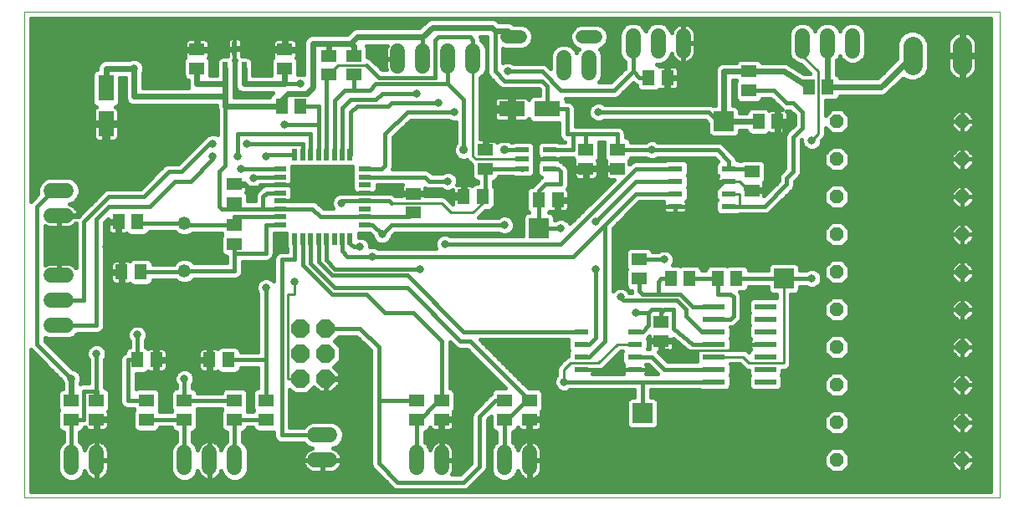
<source format=gtl>
G75*
G70*
%OFA0B0*%
%FSLAX24Y24*%
%IPPOS*%
%LPD*%
%AMOC8*
5,1,8,0,0,1.08239X$1,22.5*
%
%ADD10C,0.0000*%
%ADD11R,0.0500X0.0220*%
%ADD12R,0.0220X0.0500*%
%ADD13R,0.0512X0.0591*%
%ADD14R,0.0591X0.0512*%
%ADD15C,0.0600*%
%ADD16OC8,0.0740*%
%ADD17R,0.0220X0.0520*%
%ADD18C,0.0520*%
%ADD19OC8,0.0520*%
%ADD20R,0.0630X0.1024*%
%ADD21R,0.1024X0.0630*%
%ADD22R,0.0520X0.0220*%
%ADD23R,0.0787X0.0787*%
%ADD24R,0.0866X0.0236*%
%ADD25R,0.0580X0.0220*%
%ADD26C,0.0780*%
%ADD27C,0.0520*%
%ADD28C,0.0160*%
%ADD29C,0.0317*%
%ADD30C,0.0100*%
%ADD31C,0.0240*%
%ADD32C,0.0356*%
D10*
X000125Y000262D02*
X000125Y019632D01*
X038992Y019632D01*
X038992Y000262D01*
X000125Y000262D01*
D11*
X010310Y011160D03*
X010310Y011475D03*
X010310Y011790D03*
X010310Y012105D03*
X010310Y012420D03*
X010310Y012734D03*
X010310Y013049D03*
X010310Y013364D03*
X013690Y013364D03*
X013690Y013049D03*
X013690Y012734D03*
X013690Y012420D03*
X013690Y012105D03*
X013690Y011790D03*
X013690Y011475D03*
X013690Y011160D03*
D12*
X013102Y010572D03*
X012787Y010572D03*
X012472Y010572D03*
X012157Y010572D03*
X011843Y010572D03*
X011528Y010572D03*
X011213Y010572D03*
X010898Y010572D03*
X010898Y013952D03*
X011213Y013952D03*
X011528Y013952D03*
X011843Y013952D03*
X012157Y013952D03*
X012472Y013952D03*
X012787Y013952D03*
X013102Y013952D03*
D13*
X011124Y015887D03*
X010376Y015887D03*
X004624Y011262D03*
X003876Y011262D03*
X004001Y009262D03*
X004749Y009262D03*
X004626Y005762D03*
X005374Y005762D03*
X007501Y005762D03*
X008249Y005762D03*
X017626Y012262D03*
X018374Y012262D03*
X020626Y012137D03*
X021374Y012137D03*
X025876Y009012D03*
X026624Y009012D03*
X027751Y009012D03*
X028499Y009012D03*
X029376Y015262D03*
X030124Y015262D03*
X031376Y016637D03*
X032124Y016637D03*
X025749Y017012D03*
X025001Y017012D03*
D14*
X029000Y017261D03*
X029000Y016513D03*
X029125Y013261D03*
X029125Y012513D03*
X024625Y009761D03*
X024625Y009013D03*
X025500Y007261D03*
X025500Y006513D03*
X020250Y004136D03*
X019250Y004136D03*
X019250Y003388D03*
X020250Y003388D03*
X016750Y003388D03*
X015750Y003388D03*
X015750Y004136D03*
X016750Y004136D03*
X009750Y004136D03*
X008500Y004136D03*
X008500Y003388D03*
X009750Y003388D03*
X006500Y003388D03*
X006500Y004136D03*
X005000Y004136D03*
X005000Y003388D03*
X003000Y003388D03*
X002000Y003388D03*
X002000Y004136D03*
X003000Y004136D03*
X008500Y010388D03*
X008500Y011136D03*
X008500Y012013D03*
X008500Y012761D03*
X012250Y017138D03*
X013250Y017138D03*
X013250Y017886D03*
X012250Y017886D03*
X010500Y018136D03*
X010500Y017388D03*
X007000Y017388D03*
X007000Y018136D03*
X015625Y012386D03*
X015625Y011638D03*
X018500Y013388D03*
X018500Y014136D03*
X022500Y014136D03*
X022500Y013388D03*
X023750Y013388D03*
X023750Y014136D03*
D15*
X022625Y017212D02*
X022625Y017812D01*
X021625Y017812D02*
X021625Y017212D01*
X024375Y018087D02*
X024375Y018687D01*
X025375Y018687D02*
X025375Y018087D01*
X026375Y018087D02*
X026375Y018687D01*
X031125Y018687D02*
X031125Y018087D01*
X032125Y018087D02*
X032125Y018687D01*
X033125Y018687D02*
X033125Y018087D01*
X018000Y018062D02*
X018000Y017462D01*
X017000Y017462D02*
X017000Y018062D01*
X016000Y018062D02*
X016000Y017462D01*
X015000Y017462D02*
X015000Y018062D01*
X001800Y012512D02*
X001200Y012512D01*
X001200Y011512D02*
X001800Y011512D01*
X001800Y009137D02*
X001200Y009137D01*
X001200Y008137D02*
X001800Y008137D01*
X001800Y007137D02*
X001200Y007137D01*
X002000Y002062D02*
X002000Y001462D01*
X003000Y001462D02*
X003000Y002062D01*
X006500Y002062D02*
X006500Y001462D01*
X007500Y001462D02*
X007500Y002062D01*
X008500Y002062D02*
X008500Y001462D01*
X011700Y001762D02*
X012300Y001762D01*
X012300Y002762D02*
X011700Y002762D01*
X015750Y002062D02*
X015750Y001462D01*
X016750Y001462D02*
X016750Y002062D01*
X019250Y002062D02*
X019250Y001462D01*
X020250Y001462D02*
X020250Y002062D01*
D16*
X012125Y005012D03*
X011125Y005012D03*
X011125Y006012D03*
X012125Y006012D03*
X012125Y007012D03*
X011125Y007012D03*
D17*
X008870Y017362D03*
X008130Y017362D03*
X008500Y018162D03*
D18*
X006500Y011212D03*
X006500Y009312D03*
D19*
X032500Y009262D03*
X032500Y010762D03*
X032500Y012262D03*
X032500Y013762D03*
X032500Y015262D03*
X037500Y015262D03*
X037500Y013762D03*
X037500Y012262D03*
X037500Y010762D03*
X037500Y009262D03*
X037500Y007762D03*
X037500Y006262D03*
X037500Y004762D03*
X037500Y003262D03*
X037500Y001762D03*
X032500Y001762D03*
X032500Y003262D03*
X032500Y004762D03*
X032500Y006262D03*
X032500Y007762D03*
D20*
X003375Y015178D03*
X003375Y016596D03*
D21*
X019541Y015762D03*
X020959Y015762D03*
D22*
X021040Y014132D03*
X021040Y013762D03*
X021040Y013392D03*
X019960Y013392D03*
X019960Y013762D03*
X019960Y014132D03*
D23*
X020625Y011012D03*
X028000Y015262D03*
X030375Y009012D03*
X024750Y003637D03*
D24*
X027601Y004887D03*
X027601Y005387D03*
X027601Y005887D03*
X027601Y006387D03*
X027601Y006887D03*
X027601Y007387D03*
X027601Y007887D03*
X029649Y007887D03*
X029649Y007387D03*
X029649Y006887D03*
X029649Y006387D03*
X029649Y005887D03*
X029649Y005387D03*
X029649Y004887D03*
D25*
X024445Y005387D03*
X024445Y005887D03*
X024445Y006387D03*
X024445Y006887D03*
X022305Y006887D03*
X022305Y006387D03*
X022305Y005887D03*
X022305Y005387D03*
X026055Y011887D03*
X026055Y012387D03*
X026055Y012887D03*
X026055Y013387D03*
X028195Y013387D03*
X028195Y012887D03*
X028195Y012387D03*
X028195Y011887D03*
D26*
X035510Y017497D02*
X035510Y018277D01*
X037490Y018277D02*
X037490Y017497D01*
D27*
X022885Y018637D02*
X022365Y018637D01*
X019885Y018637D02*
X019365Y018637D01*
D28*
X018875Y018887D02*
X018875Y017262D01*
X019250Y016887D01*
X020750Y016887D01*
X020959Y016678D01*
X020959Y015762D01*
X021750Y015762D01*
X021750Y014762D01*
X022000Y014762D01*
X022500Y014762D01*
X022500Y014136D01*
X022000Y014132D02*
X022000Y014762D01*
X021662Y014452D02*
X021420Y014452D01*
X021348Y014482D01*
X020732Y014482D01*
X020644Y014445D01*
X020577Y014378D01*
X020540Y014290D01*
X020540Y013974D01*
X020577Y013886D01*
X020600Y013863D01*
X020600Y013762D01*
X020600Y013661D01*
X020577Y013638D01*
X020540Y013550D01*
X020540Y013234D01*
X020577Y013146D01*
X020644Y013079D01*
X020724Y013046D01*
X020694Y013033D01*
X020444Y012783D01*
X020354Y012693D01*
X020345Y012672D01*
X020322Y012672D01*
X020234Y012636D01*
X020167Y012568D01*
X020130Y012480D01*
X020130Y011794D01*
X020167Y011706D01*
X020227Y011646D01*
X020184Y011646D01*
X020095Y011609D01*
X020028Y011542D01*
X019991Y011453D01*
X019991Y010707D01*
X017118Y010707D01*
X017101Y010725D01*
X016954Y010785D01*
X016796Y010785D01*
X016649Y010725D01*
X016537Y010613D01*
X016477Y010466D01*
X016477Y010308D01*
X016518Y010207D01*
X014243Y010207D01*
X014226Y010225D01*
X014079Y010285D01*
X013921Y010285D01*
X013898Y010276D01*
X013898Y010341D01*
X013838Y010488D01*
X013726Y010600D01*
X013579Y010660D01*
X013452Y010660D01*
X013452Y010810D01*
X013875Y010810D01*
X013977Y010708D01*
X013977Y010683D01*
X014037Y010536D01*
X014149Y010424D01*
X014296Y010364D01*
X014454Y010364D01*
X014601Y010424D01*
X014713Y010536D01*
X014773Y010683D01*
X014773Y010708D01*
X014883Y010817D01*
X019007Y010817D01*
X019024Y010799D01*
X019171Y010739D01*
X019329Y010739D01*
X019476Y010799D01*
X019588Y010911D01*
X019648Y011058D01*
X019648Y011216D01*
X019588Y011363D01*
X019476Y011475D01*
X019329Y011535D01*
X019171Y011535D01*
X019024Y011475D01*
X019007Y011457D01*
X018230Y011457D01*
X018500Y011727D01*
X018678Y011727D01*
X018766Y011763D01*
X018833Y011831D01*
X018870Y011919D01*
X018870Y012605D01*
X018833Y012693D01*
X018820Y012707D01*
X018820Y012892D01*
X018843Y012892D01*
X018931Y012929D01*
X018999Y012996D01*
X019028Y013068D01*
X019590Y013068D01*
X019652Y013042D01*
X019855Y013042D01*
X019888Y013028D01*
X020032Y013028D01*
X020065Y013042D01*
X020268Y013042D01*
X020356Y013079D01*
X020423Y013146D01*
X020460Y013234D01*
X020460Y013550D01*
X020449Y013577D01*
X020460Y013604D01*
X020460Y013920D01*
X020449Y013947D01*
X020460Y013974D01*
X020460Y014290D01*
X020423Y014378D01*
X020356Y014445D01*
X020268Y014482D01*
X019652Y014482D01*
X019580Y014452D01*
X019526Y014452D01*
X019487Y014491D01*
X019333Y014555D01*
X019167Y014555D01*
X019013Y014491D01*
X018967Y014445D01*
X018963Y014461D01*
X018939Y014502D01*
X018906Y014536D01*
X018865Y014560D01*
X018819Y014572D01*
X018548Y014572D01*
X018548Y014184D01*
X018452Y014184D01*
X018452Y014572D01*
X018290Y014572D01*
X018290Y016998D01*
X018306Y017004D01*
X018458Y017156D01*
X018540Y017355D01*
X018540Y018169D01*
X018458Y018368D01*
X018320Y018506D01*
X018320Y018576D01*
X018288Y018652D01*
X018555Y018652D01*
X018555Y017198D01*
X018604Y017081D01*
X018694Y016991D01*
X019069Y016616D01*
X019186Y016567D01*
X019314Y016567D01*
X020617Y016567D01*
X020639Y016546D01*
X020639Y016317D01*
X020399Y016317D01*
X020311Y016280D01*
X020243Y016213D01*
X020218Y016151D01*
X020197Y016188D01*
X020164Y016221D01*
X020123Y016245D01*
X020077Y016257D01*
X019619Y016257D01*
X019619Y015840D01*
X019464Y015840D01*
X019464Y016257D01*
X019006Y016257D01*
X018960Y016245D01*
X018919Y016221D01*
X018885Y016188D01*
X018862Y016146D01*
X018850Y016101D01*
X018850Y015840D01*
X019464Y015840D01*
X019464Y015684D01*
X019619Y015684D01*
X019619Y015267D01*
X020077Y015267D01*
X020123Y015279D01*
X020164Y015303D01*
X020197Y015337D01*
X020218Y015373D01*
X020243Y015311D01*
X020311Y015244D01*
X020399Y015207D01*
X021430Y015207D01*
X021430Y014826D01*
X021430Y014698D01*
X021479Y014581D01*
X021569Y014491D01*
X021662Y014452D01*
X021529Y014531D02*
X019392Y014531D01*
X019108Y014531D02*
X018911Y014531D01*
X018548Y014531D02*
X018452Y014531D01*
X018500Y014512D02*
X018500Y014136D01*
X018452Y014214D02*
X018548Y014214D01*
X018548Y014372D02*
X018452Y014372D01*
X018500Y014512D02*
X020375Y014512D01*
X020500Y014387D01*
X020500Y013887D01*
X020625Y013762D01*
X021040Y013762D01*
X021875Y013762D01*
X021875Y013262D01*
X021875Y012137D01*
X021374Y012137D01*
X021422Y012153D02*
X022813Y012153D01*
X022655Y011994D02*
X021810Y011994D01*
X021810Y012089D02*
X021422Y012089D01*
X021422Y012185D01*
X021810Y012185D01*
X021810Y012456D01*
X021798Y012502D01*
X021774Y012543D01*
X021754Y012563D01*
X021771Y012581D01*
X021820Y012698D01*
X021820Y012826D01*
X021820Y013326D01*
X021771Y013443D01*
X021681Y013533D01*
X021551Y013663D01*
X021480Y013693D01*
X021480Y013762D01*
X021480Y013812D01*
X021936Y013812D01*
X021973Y013812D01*
X022001Y013744D01*
X022036Y013709D01*
X022025Y013668D01*
X022025Y013436D01*
X022452Y013436D01*
X022452Y013340D01*
X022548Y013340D01*
X022548Y013436D01*
X022975Y013436D01*
X022975Y013668D01*
X022964Y013709D01*
X022999Y013744D01*
X023035Y013832D01*
X023035Y014440D01*
X023034Y014442D01*
X023216Y014442D01*
X023215Y014440D01*
X023215Y013832D01*
X023251Y013744D01*
X023286Y013709D01*
X023275Y013668D01*
X023275Y013436D01*
X023702Y013436D01*
X023702Y013340D01*
X023275Y013340D01*
X023275Y013108D01*
X023287Y013063D01*
X023311Y013022D01*
X023344Y012988D01*
X023385Y012964D01*
X023431Y012952D01*
X023613Y012952D01*
X021855Y011195D01*
X021838Y011238D01*
X021726Y011350D01*
X021579Y011410D01*
X021421Y011410D01*
X021274Y011350D01*
X021259Y011334D01*
X021259Y011453D01*
X021222Y011542D01*
X021155Y011609D01*
X021066Y011646D01*
X021025Y011646D01*
X021053Y011673D01*
X021094Y011662D01*
X021326Y011662D01*
X021326Y012089D01*
X021422Y012089D01*
X021422Y011662D01*
X021654Y011662D01*
X021699Y011674D01*
X021740Y011698D01*
X021774Y011731D01*
X021798Y011772D01*
X021810Y011818D01*
X021810Y012089D01*
X021810Y012311D02*
X022972Y012311D01*
X023130Y012470D02*
X021806Y012470D01*
X021791Y012628D02*
X023289Y012628D01*
X023447Y012787D02*
X021820Y012787D01*
X021820Y012946D02*
X023606Y012946D01*
X023276Y013104D02*
X022974Y013104D01*
X022975Y013108D02*
X022975Y013340D01*
X022548Y013340D01*
X022548Y012952D01*
X022819Y012952D01*
X022865Y012964D01*
X022906Y012988D01*
X022939Y013022D01*
X022963Y013063D01*
X022975Y013108D01*
X022975Y013263D02*
X023275Y013263D01*
X023275Y013580D02*
X022975Y013580D01*
X022993Y013738D02*
X023257Y013738D01*
X023215Y013897D02*
X023035Y013897D01*
X023035Y014055D02*
X023215Y014055D01*
X023215Y014214D02*
X023035Y014214D01*
X023035Y014372D02*
X023215Y014372D01*
X023750Y014136D02*
X023751Y014137D01*
X025125Y014137D01*
X027750Y014137D01*
X028195Y013692D01*
X028195Y013387D01*
X028999Y013387D01*
X029125Y013261D01*
X029660Y013263D02*
X030298Y013263D01*
X030319Y013283D02*
X030229Y013193D01*
X030180Y013076D01*
X030180Y012895D01*
X029600Y012315D01*
X029600Y012465D01*
X029173Y012465D01*
X029173Y012561D01*
X029600Y012561D01*
X029600Y012793D01*
X029589Y012834D01*
X029624Y012869D01*
X029660Y012957D01*
X029660Y013565D01*
X029624Y013653D01*
X029556Y013720D01*
X029468Y013757D01*
X028782Y013757D01*
X028694Y013720D01*
X028680Y013707D01*
X028605Y013707D01*
X028533Y013737D01*
X028515Y013737D01*
X028515Y013756D01*
X028466Y013873D01*
X028021Y014318D01*
X027931Y014408D01*
X027814Y014457D01*
X025368Y014457D01*
X025351Y014475D01*
X025204Y014535D01*
X025046Y014535D01*
X024899Y014475D01*
X024882Y014457D01*
X024278Y014457D01*
X024249Y014528D01*
X024181Y014595D01*
X024093Y014632D01*
X024070Y014632D01*
X024070Y014826D01*
X024021Y014943D01*
X023931Y015033D01*
X023814Y015082D01*
X023686Y015082D01*
X022564Y015082D01*
X022436Y015082D01*
X022070Y015082D01*
X022070Y015826D01*
X022021Y015943D01*
X021931Y016033D01*
X021814Y016082D01*
X021710Y016082D01*
X021710Y016125D01*
X021683Y016192D01*
X023561Y016192D01*
X023689Y016192D01*
X023806Y016241D01*
X024375Y016809D01*
X024444Y016741D01*
X024505Y016715D01*
X024505Y016669D01*
X024542Y016581D01*
X024609Y016513D01*
X024697Y016477D01*
X025305Y016477D01*
X025393Y016513D01*
X025428Y016548D01*
X025469Y016537D01*
X025701Y016537D01*
X025701Y016964D01*
X025797Y016964D01*
X025797Y017060D01*
X026185Y017060D01*
X026185Y017331D01*
X026173Y017377D01*
X026149Y017418D01*
X026115Y017451D01*
X026074Y017475D01*
X026029Y017487D01*
X025797Y017487D01*
X025797Y017060D01*
X025701Y017060D01*
X025701Y017487D01*
X025469Y017487D01*
X025428Y017476D01*
X025393Y017511D01*
X025305Y017547D01*
X025482Y017547D01*
X025681Y017629D01*
X025833Y017781D01*
X025909Y017966D01*
X025930Y017903D01*
X025964Y017835D01*
X026009Y017774D01*
X026062Y017721D01*
X026123Y017676D01*
X026191Y017642D01*
X026263Y017619D01*
X026337Y017607D01*
X026355Y017607D01*
X026355Y018367D01*
X026395Y018367D01*
X026395Y018407D01*
X026855Y018407D01*
X026855Y018725D01*
X026843Y018799D01*
X026820Y018871D01*
X026786Y018939D01*
X026741Y019000D01*
X026688Y019053D01*
X026627Y019098D01*
X026559Y019132D01*
X026487Y019155D01*
X026413Y019167D01*
X026395Y019167D01*
X026395Y018407D01*
X026355Y018407D01*
X026355Y019167D01*
X026337Y019167D01*
X026263Y019155D01*
X026191Y019132D01*
X026123Y019098D01*
X026062Y019053D01*
X026009Y019000D01*
X025964Y018939D01*
X025930Y018871D01*
X025909Y018808D01*
X025833Y018993D01*
X025681Y019145D01*
X025482Y019227D01*
X025268Y019227D01*
X025069Y019145D01*
X024917Y018993D01*
X024875Y018891D01*
X024833Y018993D01*
X024681Y019145D01*
X024482Y019227D01*
X024268Y019227D01*
X024069Y019145D01*
X023917Y018993D01*
X023835Y018794D01*
X023835Y017980D01*
X023917Y017781D01*
X024055Y017643D01*
X024055Y017395D01*
X023492Y016832D01*
X023009Y016832D01*
X023083Y016906D01*
X023165Y017105D01*
X023165Y017919D01*
X023083Y018118D01*
X023040Y018160D01*
X023168Y018213D01*
X023309Y018354D01*
X023385Y018538D01*
X023385Y018736D01*
X023309Y018920D01*
X023168Y019061D01*
X022984Y019137D01*
X022266Y019137D01*
X022082Y019061D01*
X021941Y018920D01*
X021865Y018736D01*
X021865Y018538D01*
X021941Y018354D01*
X022082Y018213D01*
X022210Y018160D01*
X022167Y018118D01*
X022125Y018016D01*
X022083Y018118D01*
X021931Y018270D01*
X021732Y018352D01*
X021518Y018352D01*
X021319Y018270D01*
X021167Y018118D01*
X021085Y017919D01*
X021085Y017380D01*
X020931Y017533D01*
X020814Y017582D01*
X020686Y017582D01*
X019618Y017582D01*
X019601Y017600D01*
X019454Y017660D01*
X019296Y017660D01*
X019195Y017619D01*
X019195Y018166D01*
X019266Y018137D01*
X019984Y018137D01*
X020168Y018213D01*
X020309Y018354D01*
X020385Y018538D01*
X020385Y018736D01*
X020309Y018920D01*
X020168Y019061D01*
X019984Y019137D01*
X019634Y019137D01*
X019579Y019192D01*
X019447Y019247D01*
X019303Y019247D01*
X019024Y019247D01*
X018954Y019317D01*
X018822Y019372D01*
X016447Y019372D01*
X016303Y019372D01*
X016171Y019317D01*
X015851Y018997D01*
X013447Y018997D01*
X013303Y018997D01*
X013171Y018942D01*
X012976Y018747D01*
X012178Y018747D01*
X011553Y018747D01*
X011421Y018692D01*
X011320Y018591D01*
X011265Y018459D01*
X011265Y018315D01*
X011265Y017135D01*
X011204Y017160D01*
X011046Y017160D01*
X011035Y017156D01*
X011035Y017692D01*
X010999Y017780D01*
X010964Y017815D01*
X010975Y017856D01*
X010975Y018088D01*
X010548Y018088D01*
X010548Y018184D01*
X010975Y018184D01*
X010975Y018416D01*
X010963Y018461D01*
X010939Y018502D01*
X010906Y018536D01*
X010865Y018560D01*
X010819Y018572D01*
X010548Y018572D01*
X010548Y018184D01*
X010452Y018184D01*
X010452Y018088D01*
X010025Y018088D01*
X010025Y017856D01*
X010036Y017815D01*
X010001Y017780D01*
X009965Y017692D01*
X009965Y017122D01*
X009230Y017122D01*
X009230Y017434D01*
X009220Y017458D01*
X009220Y017670D01*
X009183Y017758D01*
X009116Y017825D01*
X009028Y017862D01*
X008786Y017862D01*
X008790Y017878D01*
X008790Y018162D01*
X008790Y018446D01*
X008778Y018491D01*
X008754Y018533D01*
X008721Y018566D01*
X008679Y018590D01*
X008634Y018602D01*
X008500Y018602D01*
X008500Y018162D01*
X008500Y017722D01*
X008542Y017722D01*
X008520Y017670D01*
X008520Y017458D01*
X008510Y017434D01*
X008510Y016690D01*
X008565Y016558D01*
X008666Y016457D01*
X008798Y016402D01*
X008942Y016402D01*
X010024Y016402D01*
X009984Y016386D01*
X009917Y016318D01*
X009887Y016247D01*
X008490Y016247D01*
X008490Y016334D01*
X008490Y016834D01*
X008490Y017434D01*
X008480Y017458D01*
X008480Y017670D01*
X008458Y017722D01*
X008500Y017722D01*
X008500Y018162D01*
X008500Y018162D01*
X008500Y018162D01*
X008790Y018162D01*
X008500Y018162D01*
X008500Y018162D01*
X008210Y018162D01*
X008210Y017878D01*
X008214Y017862D01*
X007972Y017862D01*
X007884Y017825D01*
X007817Y017758D01*
X007780Y017670D01*
X007780Y017458D01*
X007770Y017434D01*
X007770Y017122D01*
X007535Y017122D01*
X007535Y017692D01*
X007499Y017780D01*
X007464Y017815D01*
X007475Y017856D01*
X007475Y018088D01*
X007048Y018088D01*
X007048Y018184D01*
X007475Y018184D01*
X007475Y018416D01*
X007463Y018461D01*
X007439Y018502D01*
X007406Y018536D01*
X007365Y018560D01*
X007319Y018572D01*
X007048Y018572D01*
X007048Y018184D01*
X006952Y018184D01*
X006952Y018088D01*
X006525Y018088D01*
X006525Y017856D01*
X006536Y017815D01*
X006501Y017780D01*
X006465Y017692D01*
X006465Y017084D01*
X006501Y016996D01*
X006569Y016929D01*
X006640Y016899D01*
X006640Y016834D01*
X006640Y016690D01*
X006668Y016622D01*
X004860Y016622D01*
X004860Y017215D01*
X004898Y017308D01*
X004898Y017466D01*
X004838Y017613D01*
X004726Y017725D01*
X004579Y017785D01*
X004421Y017785D01*
X004328Y017747D01*
X003303Y017747D01*
X003171Y017692D01*
X003070Y017591D01*
X003015Y017459D01*
X003015Y017347D01*
X003012Y017347D01*
X002924Y017311D01*
X002857Y017243D01*
X002820Y017155D01*
X002820Y016036D01*
X002857Y015948D01*
X002924Y015880D01*
X002986Y015855D01*
X002949Y015834D01*
X002916Y015801D01*
X002892Y015760D01*
X002880Y015714D01*
X002880Y015256D01*
X003297Y015256D01*
X003297Y015101D01*
X002880Y015101D01*
X002880Y014643D01*
X002892Y014597D01*
X002916Y014556D01*
X002949Y014523D01*
X002991Y014499D01*
X003036Y014487D01*
X003297Y014487D01*
X003297Y015101D01*
X003452Y015101D01*
X003452Y014487D01*
X003714Y014487D01*
X003759Y014499D01*
X003800Y014523D01*
X003834Y014556D01*
X003858Y014597D01*
X003870Y014643D01*
X003870Y015101D01*
X003453Y015101D01*
X003453Y015256D01*
X003870Y015256D01*
X003870Y015714D01*
X003858Y015760D01*
X003834Y015801D01*
X003800Y015834D01*
X003764Y015855D01*
X003826Y015880D01*
X003893Y015948D01*
X003930Y016036D01*
X003930Y017027D01*
X004140Y017027D01*
X004140Y016334D01*
X004140Y016190D01*
X004195Y016058D01*
X004296Y015957D01*
X004428Y015902D01*
X007770Y015902D01*
X007770Y015815D01*
X007805Y015731D01*
X007805Y014744D01*
X007704Y014785D01*
X007546Y014785D01*
X007399Y014725D01*
X007343Y014668D01*
X007319Y014658D01*
X006242Y013582D01*
X005939Y013582D01*
X005811Y013582D01*
X005694Y013533D01*
X004742Y012582D01*
X003436Y012582D01*
X003319Y012533D01*
X003229Y012443D01*
X002319Y011533D01*
X002319Y011533D01*
X002277Y011492D01*
X001520Y011492D01*
X001520Y011532D01*
X002280Y011532D01*
X002280Y011550D01*
X002268Y011624D01*
X002245Y011696D01*
X002211Y011764D01*
X002166Y011825D01*
X002113Y011878D01*
X002052Y011923D01*
X001984Y011957D01*
X001921Y011978D01*
X002106Y012054D01*
X002258Y012206D01*
X002340Y012405D01*
X002340Y012619D01*
X002258Y012818D01*
X002106Y012970D01*
X001907Y013052D01*
X001093Y013052D01*
X000894Y012970D01*
X000742Y012818D01*
X000660Y012619D01*
X000660Y012405D01*
X000669Y012383D01*
X000444Y012158D01*
X000375Y012090D01*
X000375Y019387D01*
X038625Y019387D01*
X038625Y000512D01*
X000375Y000512D01*
X000375Y006184D01*
X001602Y004958D01*
X001602Y004933D01*
X001640Y004840D01*
X001640Y004625D01*
X001569Y004595D01*
X001501Y004528D01*
X001465Y004440D01*
X001465Y003832D01*
X001494Y003762D01*
X001465Y003692D01*
X001465Y003084D01*
X001501Y002996D01*
X001569Y002929D01*
X001657Y002892D01*
X001680Y002892D01*
X001680Y002506D01*
X001542Y002368D01*
X001460Y002169D01*
X001460Y001355D01*
X001542Y001156D01*
X001694Y001004D01*
X001893Y000922D01*
X002107Y000922D01*
X002306Y001004D01*
X002458Y001156D01*
X002534Y001341D01*
X002555Y001278D01*
X002589Y001210D01*
X002634Y001149D01*
X002687Y001096D01*
X002748Y001051D01*
X002816Y001017D01*
X002888Y000994D01*
X002962Y000982D01*
X002980Y000982D01*
X002980Y001742D01*
X003020Y001742D01*
X003020Y001782D01*
X003480Y001782D01*
X003480Y002100D01*
X003468Y002174D01*
X003445Y002246D01*
X003411Y002314D01*
X003366Y002375D01*
X003313Y002428D01*
X003252Y002473D01*
X003184Y002507D01*
X003112Y002530D01*
X003038Y002542D01*
X003020Y002542D01*
X003020Y001782D01*
X002980Y001782D01*
X002980Y002542D01*
X002962Y002542D01*
X002888Y002530D01*
X002816Y002507D01*
X002748Y002473D01*
X002687Y002428D01*
X002634Y002375D01*
X002589Y002314D01*
X002555Y002246D01*
X002534Y002183D01*
X002458Y002368D01*
X002320Y002506D01*
X002320Y002892D01*
X002343Y002892D01*
X002431Y002929D01*
X002499Y002996D01*
X002528Y003068D01*
X002536Y003068D01*
X002537Y003063D01*
X002561Y003022D01*
X002594Y002988D01*
X002635Y002964D01*
X002681Y002952D01*
X002952Y002952D01*
X002952Y003340D01*
X003048Y003340D01*
X003048Y002952D01*
X003319Y002952D01*
X003365Y002964D01*
X003406Y002988D01*
X003439Y003022D01*
X003463Y003063D01*
X003475Y003108D01*
X003475Y003340D01*
X003048Y003340D01*
X003048Y003436D01*
X003475Y003436D01*
X003475Y003668D01*
X003464Y003709D01*
X003499Y003744D01*
X003535Y003832D01*
X003535Y004440D01*
X003499Y004528D01*
X003431Y004595D01*
X003343Y004632D01*
X003340Y004632D01*
X003320Y004680D01*
X003320Y005769D01*
X003338Y005786D01*
X003398Y005933D01*
X003398Y006091D01*
X003338Y006238D01*
X003226Y006350D01*
X003079Y006410D01*
X002921Y006410D01*
X002774Y006350D01*
X002662Y006238D01*
X002602Y006091D01*
X002602Y005933D01*
X002662Y005786D01*
X002680Y005769D01*
X002680Y004832D01*
X002436Y004832D01*
X002360Y004800D01*
X002360Y004840D01*
X002398Y004933D01*
X002398Y005091D01*
X002338Y005238D01*
X002226Y005350D01*
X002079Y005410D01*
X002054Y005410D01*
X000945Y006520D01*
X000945Y006658D01*
X001093Y006597D01*
X001907Y006597D01*
X002106Y006679D01*
X002244Y006817D01*
X002936Y006817D01*
X003064Y006817D01*
X003181Y006866D01*
X003271Y006956D01*
X003320Y007073D01*
X003320Y011254D01*
X003440Y011375D01*
X003440Y011310D01*
X003828Y011310D01*
X003828Y011214D01*
X003924Y011214D01*
X003924Y010787D01*
X004156Y010787D01*
X004197Y010798D01*
X004232Y010763D01*
X004320Y010727D01*
X004928Y010727D01*
X005016Y010763D01*
X005083Y010831D01*
X005109Y010892D01*
X006113Y010892D01*
X006217Y010788D01*
X006401Y010712D01*
X006599Y010712D01*
X006783Y010788D01*
X006811Y010816D01*
X007971Y010816D01*
X007994Y010762D01*
X007965Y010692D01*
X007965Y010084D01*
X008001Y009996D01*
X008069Y009929D01*
X008157Y009892D01*
X008180Y009892D01*
X008180Y009632D01*
X006887Y009632D01*
X006783Y009736D01*
X006599Y009812D01*
X006401Y009812D01*
X006217Y009736D01*
X006076Y009595D01*
X006071Y009582D01*
X005245Y009582D01*
X005245Y009605D01*
X005208Y009693D01*
X005141Y009761D01*
X005053Y009797D01*
X004445Y009797D01*
X004357Y009761D01*
X004322Y009726D01*
X004281Y009737D01*
X004049Y009737D01*
X004049Y009310D01*
X003953Y009310D01*
X003953Y009214D01*
X004049Y009214D01*
X004049Y008787D01*
X004281Y008787D01*
X004322Y008798D01*
X004357Y008763D01*
X004445Y008727D01*
X005053Y008727D01*
X005141Y008763D01*
X005208Y008831D01*
X005245Y008919D01*
X005245Y008942D01*
X006163Y008942D01*
X006217Y008888D01*
X006401Y008812D01*
X006599Y008812D01*
X006783Y008888D01*
X006887Y008992D01*
X008564Y008992D01*
X008681Y009041D01*
X008771Y009131D01*
X008820Y009248D01*
X008820Y009376D01*
X008820Y009692D01*
X009814Y009692D01*
X009931Y009741D01*
X010021Y009831D01*
X010070Y009948D01*
X010070Y010076D01*
X010070Y010810D01*
X010548Y010810D01*
X010548Y010274D01*
X010578Y010202D01*
X010578Y010082D01*
X010311Y010082D01*
X010194Y010033D01*
X010104Y009943D01*
X010055Y009826D01*
X010055Y009698D01*
X010055Y008895D01*
X009976Y008975D01*
X009829Y009035D01*
X009671Y009035D01*
X009524Y008975D01*
X009412Y008863D01*
X009352Y008716D01*
X009352Y008558D01*
X009412Y008411D01*
X009430Y008394D01*
X009430Y006082D01*
X008745Y006082D01*
X008745Y006105D01*
X008708Y006193D01*
X008641Y006261D01*
X008553Y006297D01*
X007945Y006297D01*
X007857Y006261D01*
X007822Y006226D01*
X007781Y006237D01*
X007549Y006237D01*
X007549Y005810D01*
X007453Y005810D01*
X007453Y005714D01*
X007549Y005714D01*
X007549Y005287D01*
X007781Y005287D01*
X007822Y005298D01*
X007857Y005263D01*
X007945Y005227D01*
X008553Y005227D01*
X008641Y005263D01*
X008708Y005331D01*
X008745Y005419D01*
X008745Y005442D01*
X009430Y005442D01*
X009430Y004632D01*
X009407Y004632D01*
X009319Y004595D01*
X009251Y004528D01*
X009215Y004440D01*
X009215Y003832D01*
X009244Y003762D01*
X009221Y003708D01*
X009028Y003708D01*
X009006Y003762D01*
X009035Y003832D01*
X009035Y004440D01*
X008999Y004528D01*
X008931Y004595D01*
X008843Y004632D01*
X008157Y004632D01*
X008069Y004595D01*
X008001Y004528D01*
X007971Y004456D01*
X007028Y004456D01*
X006999Y004528D01*
X006931Y004595D01*
X006843Y004632D01*
X006820Y004632D01*
X006820Y004769D01*
X006838Y004786D01*
X006898Y004933D01*
X006898Y005091D01*
X006838Y005238D01*
X006726Y005350D01*
X006579Y005410D01*
X006421Y005410D01*
X006274Y005350D01*
X006162Y005238D01*
X006102Y005091D01*
X006102Y004933D01*
X006162Y004786D01*
X006180Y004769D01*
X006180Y004632D01*
X006157Y004632D01*
X006069Y004595D01*
X006001Y004528D01*
X005965Y004440D01*
X005965Y003832D01*
X005994Y003762D01*
X005971Y003708D01*
X005528Y003708D01*
X005506Y003762D01*
X005535Y003832D01*
X005535Y004440D01*
X005499Y004528D01*
X005431Y004595D01*
X005343Y004632D01*
X004657Y004632D01*
X004570Y004596D01*
X004570Y005227D01*
X004930Y005227D01*
X005018Y005263D01*
X005053Y005298D01*
X005094Y005287D01*
X005326Y005287D01*
X005326Y005714D01*
X005422Y005714D01*
X005422Y005810D01*
X005810Y005810D01*
X005810Y006081D01*
X005798Y006127D01*
X005774Y006168D01*
X005740Y006201D01*
X005699Y006225D01*
X005654Y006237D01*
X005422Y006237D01*
X005422Y005810D01*
X005326Y005810D01*
X005326Y006237D01*
X005094Y006237D01*
X005053Y006226D01*
X005018Y006261D01*
X004945Y006291D01*
X004945Y006519D01*
X004963Y006536D01*
X005023Y006683D01*
X005023Y006841D01*
X004963Y006988D01*
X004851Y007100D01*
X004704Y007160D01*
X004546Y007160D01*
X004399Y007100D01*
X004287Y006988D01*
X004227Y006841D01*
X004227Y006683D01*
X004287Y006536D01*
X004305Y006519D01*
X004305Y006290D01*
X004234Y006261D01*
X004167Y006193D01*
X004130Y006105D01*
X004130Y006059D01*
X004069Y006033D01*
X003979Y005943D01*
X003930Y005826D01*
X003930Y005698D01*
X003930Y004072D01*
X003979Y003955D01*
X004069Y003865D01*
X004186Y003816D01*
X004314Y003816D01*
X004471Y003816D01*
X004494Y003762D01*
X004465Y003692D01*
X004465Y003084D01*
X004501Y002996D01*
X004569Y002929D01*
X004657Y002892D01*
X005343Y002892D01*
X005431Y002929D01*
X005499Y002996D01*
X005528Y003068D01*
X005971Y003068D01*
X006001Y002996D01*
X006069Y002929D01*
X006157Y002892D01*
X006180Y002892D01*
X006180Y002506D01*
X006042Y002368D01*
X005960Y002169D01*
X005960Y001355D01*
X006042Y001156D01*
X006194Y001004D01*
X006393Y000922D01*
X006607Y000922D01*
X006806Y001004D01*
X006958Y001156D01*
X007034Y001341D01*
X007055Y001278D01*
X007089Y001210D01*
X007134Y001149D01*
X007187Y001096D01*
X007248Y001051D01*
X007316Y001017D01*
X007388Y000994D01*
X007462Y000982D01*
X007480Y000982D01*
X007480Y001742D01*
X007520Y001742D01*
X007520Y000982D01*
X007538Y000982D01*
X007612Y000994D01*
X007684Y001017D01*
X007752Y001051D01*
X007813Y001096D01*
X007866Y001149D01*
X007911Y001210D01*
X007945Y001278D01*
X007965Y001341D01*
X008042Y001156D01*
X008194Y001004D01*
X008393Y000922D01*
X008607Y000922D01*
X008806Y001004D01*
X008958Y001156D01*
X009040Y001355D01*
X009040Y002169D01*
X008958Y002368D01*
X008820Y002506D01*
X008820Y002892D01*
X008843Y002892D01*
X008931Y002929D01*
X008999Y002996D01*
X009028Y003068D01*
X009221Y003068D01*
X009251Y002996D01*
X009319Y002929D01*
X009407Y002892D01*
X010055Y002892D01*
X010055Y002698D01*
X010104Y002581D01*
X010194Y002491D01*
X010311Y002442D01*
X010439Y002442D01*
X011256Y002442D01*
X011394Y002304D01*
X011579Y002228D01*
X011516Y002207D01*
X011448Y002173D01*
X011387Y002128D01*
X011334Y002075D01*
X011289Y002014D01*
X011255Y001946D01*
X011232Y001874D01*
X011220Y001800D01*
X011220Y001782D01*
X011980Y001782D01*
X011980Y001742D01*
X012020Y001742D01*
X012020Y001782D01*
X012780Y001782D01*
X012780Y001800D01*
X012768Y001874D01*
X012745Y001946D01*
X012711Y002014D01*
X012666Y002075D01*
X012613Y002128D01*
X012552Y002173D01*
X012484Y002207D01*
X012421Y002228D01*
X012606Y002304D01*
X012758Y002456D01*
X012840Y002655D01*
X012840Y002869D01*
X012758Y003068D01*
X012606Y003220D01*
X012407Y003302D01*
X011593Y003302D01*
X011394Y003220D01*
X011256Y003082D01*
X010695Y003082D01*
X010695Y004579D01*
X010872Y004402D01*
X011378Y004402D01*
X011667Y004692D01*
X011897Y004462D01*
X012105Y004462D01*
X012105Y004992D01*
X012145Y004992D01*
X012145Y005032D01*
X012675Y005032D01*
X012675Y005240D01*
X012445Y005470D01*
X012735Y005759D01*
X012735Y006265D01*
X012488Y006512D01*
X012668Y006692D01*
X013367Y006692D01*
X013930Y006129D01*
X013930Y004201D01*
X013930Y004073D01*
X013930Y001573D01*
X013979Y001456D01*
X014069Y001366D01*
X014819Y000616D01*
X014936Y000567D01*
X015064Y000567D01*
X017689Y000567D01*
X017806Y000616D01*
X017896Y000706D01*
X018521Y001331D01*
X018570Y001448D01*
X018570Y001576D01*
X018570Y003379D01*
X018715Y003524D01*
X018715Y003084D01*
X018751Y002996D01*
X018819Y002929D01*
X018907Y002892D01*
X018930Y002892D01*
X018930Y002506D01*
X018792Y002368D01*
X018710Y002169D01*
X018710Y001355D01*
X018792Y001156D01*
X018944Y001004D01*
X019143Y000922D01*
X019357Y000922D01*
X019556Y001004D01*
X019708Y001156D01*
X019784Y001341D01*
X019805Y001278D01*
X019839Y001210D01*
X019884Y001149D01*
X019937Y001096D01*
X019998Y001051D01*
X020066Y001017D01*
X020138Y000994D01*
X020212Y000982D01*
X020230Y000982D01*
X020230Y001742D01*
X020270Y001742D01*
X020270Y001782D01*
X020730Y001782D01*
X020730Y002100D01*
X020718Y002174D01*
X020695Y002246D01*
X020661Y002314D01*
X020616Y002375D01*
X020563Y002428D01*
X020502Y002473D01*
X020434Y002507D01*
X020362Y002530D01*
X020288Y002542D01*
X020270Y002542D01*
X020270Y001782D01*
X020230Y001782D01*
X020230Y002542D01*
X020212Y002542D01*
X020138Y002530D01*
X020066Y002507D01*
X019998Y002473D01*
X019937Y002428D01*
X019884Y002375D01*
X019839Y002314D01*
X019805Y002246D01*
X019784Y002183D01*
X019708Y002368D01*
X019570Y002506D01*
X019570Y002892D01*
X019593Y002892D01*
X019681Y002929D01*
X019749Y002996D01*
X019783Y003078D01*
X019787Y003063D01*
X019811Y003022D01*
X019844Y002988D01*
X019885Y002964D01*
X019931Y002952D01*
X020202Y002952D01*
X020202Y003340D01*
X020298Y003340D01*
X020298Y003436D01*
X020725Y003436D01*
X020725Y003668D01*
X020714Y003709D01*
X020749Y003744D01*
X020785Y003832D01*
X020785Y004440D01*
X020749Y004528D01*
X020681Y004595D01*
X020593Y004632D01*
X020207Y004632D01*
X018271Y006567D01*
X021784Y006567D01*
X021775Y006545D01*
X021775Y006229D01*
X021812Y006141D01*
X021816Y006137D01*
X021812Y006133D01*
X021775Y006045D01*
X021775Y005909D01*
X021711Y005883D01*
X021461Y005633D01*
X021379Y005551D01*
X021335Y005445D01*
X021335Y005160D01*
X021287Y005113D01*
X021227Y004966D01*
X021227Y004808D01*
X021287Y004661D01*
X021399Y004549D01*
X021546Y004489D01*
X021704Y004489D01*
X021851Y004549D01*
X021868Y004567D01*
X024430Y004567D01*
X024430Y004271D01*
X024309Y004271D01*
X024220Y004234D01*
X024153Y004167D01*
X024116Y004078D01*
X024116Y003196D01*
X024153Y003107D01*
X024220Y003040D01*
X024309Y003003D01*
X025191Y003003D01*
X025280Y003040D01*
X025347Y003107D01*
X025384Y003196D01*
X025384Y004078D01*
X025347Y004167D01*
X025280Y004234D01*
X025191Y004271D01*
X025070Y004271D01*
X025070Y004567D01*
X027031Y004567D01*
X027032Y004565D01*
X027121Y004529D01*
X028082Y004529D01*
X028170Y004565D01*
X028238Y004633D01*
X028274Y004721D01*
X028274Y005053D01*
X028240Y005137D01*
X028274Y005221D01*
X028274Y005553D01*
X028256Y005597D01*
X028630Y005597D01*
X028754Y005473D01*
X028836Y005391D01*
X028942Y005347D01*
X028976Y005347D01*
X028976Y005221D01*
X029010Y005137D01*
X028976Y005053D01*
X028976Y004721D01*
X029012Y004633D01*
X029080Y004565D01*
X029168Y004529D01*
X030129Y004529D01*
X030218Y004565D01*
X030285Y004633D01*
X030322Y004721D01*
X030322Y005053D01*
X030287Y005137D01*
X030322Y005221D01*
X030322Y005347D01*
X030433Y005347D01*
X030539Y005391D01*
X030621Y005473D01*
X030665Y005579D01*
X030665Y008378D01*
X030816Y008378D01*
X030905Y008415D01*
X030972Y008482D01*
X031009Y008571D01*
X031009Y008692D01*
X031257Y008692D01*
X031274Y008674D01*
X031421Y008614D01*
X031579Y008614D01*
X031726Y008674D01*
X031838Y008786D01*
X031898Y008933D01*
X031898Y009091D01*
X031838Y009238D01*
X031726Y009350D01*
X031579Y009410D01*
X031421Y009410D01*
X031274Y009350D01*
X031257Y009332D01*
X031009Y009332D01*
X031009Y009453D01*
X030972Y009542D01*
X030905Y009609D01*
X030816Y009646D01*
X029934Y009646D01*
X029845Y009609D01*
X029778Y009542D01*
X029741Y009453D01*
X029741Y009332D01*
X028995Y009332D01*
X028995Y009355D01*
X028958Y009443D01*
X028891Y009511D01*
X028803Y009547D01*
X028195Y009547D01*
X028125Y009518D01*
X028055Y009547D01*
X027447Y009547D01*
X027359Y009511D01*
X027292Y009443D01*
X027255Y009355D01*
X027255Y009332D01*
X027120Y009332D01*
X027120Y009355D01*
X027083Y009443D01*
X027016Y009511D01*
X026928Y009547D01*
X026320Y009547D01*
X026250Y009518D01*
X026180Y009547D01*
X025967Y009547D01*
X026023Y009683D01*
X026023Y009841D01*
X025963Y009988D01*
X025851Y010100D01*
X025704Y010160D01*
X025546Y010160D01*
X025399Y010100D01*
X025382Y010082D01*
X025153Y010082D01*
X025124Y010153D01*
X025056Y010220D01*
X024968Y010257D01*
X024282Y010257D01*
X024194Y010220D01*
X024126Y010153D01*
X024090Y010065D01*
X024090Y009457D01*
X024119Y009387D01*
X024090Y009317D01*
X024090Y008709D01*
X024126Y008621D01*
X024194Y008554D01*
X024282Y008517D01*
X024305Y008517D01*
X024305Y008457D01*
X024225Y008457D01*
X024213Y008488D01*
X024101Y008600D01*
X023954Y008660D01*
X023796Y008660D01*
X023649Y008600D01*
X023570Y008520D01*
X023570Y011004D01*
X024633Y012067D01*
X025598Y012067D01*
X025597Y012066D01*
X025585Y012021D01*
X025585Y011887D01*
X025585Y011753D01*
X025597Y011708D01*
X025621Y011666D01*
X025654Y011633D01*
X025696Y011609D01*
X025741Y011597D01*
X026055Y011597D01*
X026369Y011597D01*
X026414Y011609D01*
X026456Y011633D01*
X026489Y011666D01*
X026513Y011708D01*
X026525Y011753D01*
X026525Y011887D01*
X026525Y012021D01*
X026513Y012066D01*
X026498Y012091D01*
X026548Y012141D01*
X026585Y012229D01*
X026585Y012545D01*
X026548Y012633D01*
X026544Y012637D01*
X026548Y012641D01*
X026585Y012729D01*
X026585Y013045D01*
X026548Y013133D01*
X026544Y013137D01*
X026548Y013141D01*
X026585Y013229D01*
X026585Y013545D01*
X026548Y013633D01*
X026481Y013700D01*
X026393Y013737D01*
X025717Y013737D01*
X025645Y013707D01*
X024564Y013707D01*
X024436Y013707D01*
X024319Y013658D01*
X024225Y013565D01*
X024225Y013668D01*
X024214Y013709D01*
X024249Y013744D01*
X024279Y013817D01*
X024882Y013817D01*
X024899Y013799D01*
X025046Y013739D01*
X025204Y013739D01*
X025351Y013799D01*
X025368Y013817D01*
X027617Y013817D01*
X027752Y013683D01*
X027702Y013633D01*
X027665Y013545D01*
X027665Y013229D01*
X027702Y013141D01*
X027751Y013091D01*
X027737Y013066D01*
X027725Y013021D01*
X027725Y012887D01*
X027725Y012753D01*
X027737Y012708D01*
X027751Y012683D01*
X027702Y012633D01*
X027665Y012545D01*
X027665Y012229D01*
X027702Y012141D01*
X027706Y012137D01*
X027702Y012133D01*
X027665Y012045D01*
X027665Y011729D01*
X027702Y011641D01*
X027769Y011574D01*
X027857Y011537D01*
X028533Y011537D01*
X028605Y011567D01*
X029689Y011567D01*
X029806Y011616D01*
X029896Y011706D01*
X030771Y012581D01*
X030820Y012698D01*
X030820Y012826D01*
X030820Y012879D01*
X031021Y013081D01*
X031070Y013198D01*
X031070Y013326D01*
X031070Y014504D01*
X031102Y014536D01*
X031102Y014433D01*
X031162Y014286D01*
X031274Y014174D01*
X031421Y014114D01*
X031579Y014114D01*
X031726Y014174D01*
X031838Y014286D01*
X031898Y014433D01*
X031898Y014500D01*
X031996Y014598D01*
X032040Y014704D01*
X032040Y014820D01*
X032040Y015015D01*
X032293Y014762D01*
X032707Y014762D01*
X033000Y015055D01*
X033000Y015469D01*
X032707Y015762D01*
X032293Y015762D01*
X032040Y015509D01*
X032040Y016102D01*
X032428Y016102D01*
X032516Y016138D01*
X032583Y016206D01*
X032613Y016277D01*
X034188Y016277D01*
X034332Y016277D01*
X034464Y016332D01*
X035124Y016992D01*
X035153Y016963D01*
X035385Y016867D01*
X035635Y016867D01*
X035867Y016963D01*
X036044Y017140D01*
X036140Y017372D01*
X036140Y018402D01*
X036044Y018634D01*
X035867Y018811D01*
X035635Y018907D01*
X035385Y018907D01*
X035153Y018811D01*
X034976Y018634D01*
X034880Y018402D01*
X034880Y017766D01*
X034111Y016997D01*
X032613Y016997D01*
X032583Y017068D01*
X032516Y017136D01*
X032484Y017149D01*
X032484Y017682D01*
X032583Y017781D01*
X032625Y017883D01*
X032667Y017781D01*
X032819Y017629D01*
X033018Y017547D01*
X033232Y017547D01*
X033431Y017629D01*
X033583Y017781D01*
X033665Y017980D01*
X033665Y018794D01*
X033583Y018993D01*
X033431Y019145D01*
X033232Y019227D01*
X033018Y019227D01*
X032819Y019145D01*
X032667Y018993D01*
X032625Y018891D01*
X032583Y018993D01*
X032431Y019145D01*
X032232Y019227D01*
X032018Y019227D01*
X031819Y019145D01*
X031667Y018993D01*
X031625Y018891D01*
X031583Y018993D01*
X031431Y019145D01*
X031232Y019227D01*
X031018Y019227D01*
X030819Y019145D01*
X030667Y018993D01*
X030585Y018794D01*
X030585Y017980D01*
X030667Y017781D01*
X030819Y017629D01*
X031018Y017547D01*
X031055Y017547D01*
X031430Y017172D01*
X031198Y017172D01*
X030600Y017546D01*
X030579Y017567D01*
X030540Y017583D01*
X030505Y017605D01*
X030475Y017610D01*
X030446Y017622D01*
X030405Y017622D01*
X030364Y017629D01*
X030334Y017622D01*
X029512Y017621D01*
X029499Y017653D01*
X029431Y017720D01*
X029343Y017757D01*
X028657Y017757D01*
X028569Y017720D01*
X028501Y017653D01*
X028488Y017621D01*
X028072Y017621D01*
X027928Y017621D01*
X027796Y017566D01*
X027695Y017465D01*
X027640Y017333D01*
X027640Y015896D01*
X027569Y015896D01*
X027556Y015908D01*
X027439Y015957D01*
X023243Y015957D01*
X023226Y015975D01*
X023079Y016035D01*
X022921Y016035D01*
X022774Y015975D01*
X022662Y015863D01*
X022602Y015716D01*
X022602Y015558D01*
X022662Y015411D01*
X022774Y015299D01*
X022921Y015239D01*
X023079Y015239D01*
X023226Y015299D01*
X023243Y015317D01*
X027242Y015317D01*
X027366Y015193D01*
X027366Y014821D01*
X027403Y014732D01*
X027470Y014665D01*
X027559Y014628D01*
X028441Y014628D01*
X028530Y014665D01*
X028597Y014732D01*
X028634Y014821D01*
X028634Y014902D01*
X028887Y014902D01*
X028917Y014831D01*
X028984Y014763D01*
X029072Y014727D01*
X029680Y014727D01*
X029768Y014763D01*
X029803Y014798D01*
X029844Y014787D01*
X030076Y014787D01*
X030076Y015214D01*
X030172Y015214D01*
X030172Y015310D01*
X030560Y015310D01*
X030560Y015581D01*
X030548Y015627D01*
X030524Y015668D01*
X030500Y015692D01*
X030564Y015692D01*
X030617Y015692D01*
X030805Y015504D01*
X030805Y015145D01*
X030569Y014908D01*
X030534Y014873D01*
X030548Y014897D01*
X030560Y014943D01*
X030560Y015214D01*
X030172Y015214D01*
X030172Y014787D01*
X030404Y014787D01*
X030449Y014799D01*
X030477Y014815D01*
X030430Y014701D01*
X030430Y013395D01*
X030319Y013283D01*
X030430Y013421D02*
X029660Y013421D01*
X029654Y013580D02*
X030430Y013580D01*
X030430Y013738D02*
X029513Y013738D01*
X029750Y013137D02*
X030375Y013762D01*
X030375Y015261D01*
X030124Y015262D01*
X030172Y015310D02*
X030076Y015310D01*
X030076Y015737D01*
X029844Y015737D01*
X029803Y015726D01*
X029768Y015761D01*
X029680Y015797D01*
X029072Y015797D01*
X028984Y015761D01*
X028917Y015693D01*
X028887Y015622D01*
X028634Y015622D01*
X028634Y015703D01*
X028597Y015792D01*
X028530Y015859D01*
X028441Y015896D01*
X028360Y015896D01*
X028360Y016901D01*
X028488Y016901D01*
X028494Y016887D01*
X028465Y016817D01*
X028465Y016209D01*
X028501Y016121D01*
X028569Y016054D01*
X028657Y016017D01*
X029343Y016017D01*
X029431Y016054D01*
X029499Y016121D01*
X029528Y016192D01*
X029563Y016192D01*
X029563Y016192D01*
X029867Y016192D01*
X030319Y015741D01*
X030327Y015737D01*
X030172Y015737D01*
X030172Y015310D01*
X030172Y015324D02*
X030076Y015324D01*
X030076Y015482D02*
X030172Y015482D01*
X030172Y015641D02*
X030076Y015641D01*
X030260Y015799D02*
X028590Y015799D01*
X028634Y015641D02*
X028895Y015641D01*
X028360Y015958D02*
X030102Y015958D01*
X029943Y016116D02*
X029494Y016116D01*
X029500Y016512D02*
X029000Y016513D01*
X029500Y016512D02*
X030000Y016512D01*
X030500Y016012D01*
X030750Y016012D01*
X031125Y015637D01*
X031125Y015012D01*
X030750Y014637D01*
X030750Y013262D01*
X030500Y013012D01*
X030500Y012762D01*
X029625Y011887D01*
X028625Y011887D01*
X028195Y011887D01*
X027665Y011836D02*
X026525Y011836D01*
X026525Y011887D02*
X026055Y011887D01*
X027000Y011887D01*
X028000Y012887D01*
X028195Y012887D01*
X027725Y012887D01*
X028195Y012887D01*
X028195Y012887D01*
X027725Y012946D02*
X026585Y012946D01*
X026585Y012787D02*
X027725Y012787D01*
X027700Y012628D02*
X026550Y012628D01*
X026585Y012470D02*
X027665Y012470D01*
X027665Y012311D02*
X026585Y012311D01*
X026553Y012153D02*
X027697Y012153D01*
X027665Y011994D02*
X026525Y011994D01*
X026525Y011887D02*
X026055Y011887D01*
X026055Y011597D01*
X026055Y011887D01*
X026055Y011887D01*
X026055Y011887D01*
X025585Y011887D01*
X026055Y011887D01*
X026055Y011887D01*
X026055Y011836D02*
X026055Y011836D01*
X026055Y011677D02*
X026055Y011677D01*
X026495Y011677D02*
X027687Y011677D01*
X028907Y012465D02*
X028871Y012551D01*
X028861Y012561D01*
X029077Y012561D01*
X029077Y012465D01*
X028907Y012465D01*
X028905Y012470D02*
X029077Y012470D01*
X029125Y012513D02*
X029749Y012513D01*
X029750Y012512D01*
X029750Y013137D01*
X029660Y013104D02*
X030192Y013104D01*
X030180Y012946D02*
X029655Y012946D01*
X029600Y012787D02*
X030072Y012787D01*
X029914Y012628D02*
X029600Y012628D01*
X029755Y012470D02*
X029173Y012470D01*
X029868Y011677D02*
X038625Y011677D01*
X038625Y011519D02*
X024084Y011519D01*
X024243Y011677D02*
X025615Y011677D01*
X025585Y011836D02*
X024401Y011836D01*
X024560Y011994D02*
X025585Y011994D01*
X026055Y012387D02*
X024500Y012387D01*
X023250Y011137D01*
X023250Y006512D01*
X022625Y005887D01*
X022305Y005887D01*
X022305Y005387D02*
X024445Y005387D01*
X025000Y005387D01*
X024915Y005387D02*
X024915Y005521D01*
X024903Y005566D01*
X024902Y005567D01*
X024992Y005567D01*
X025352Y005207D01*
X024902Y005207D01*
X024903Y005208D01*
X024915Y005253D01*
X024915Y005387D01*
X024445Y005387D01*
X024445Y005387D01*
X024915Y005387D01*
X024915Y005335D02*
X025224Y005335D01*
X025065Y005494D02*
X024915Y005494D01*
X024445Y005387D02*
X024445Y005387D01*
X023975Y005387D01*
X023975Y005253D01*
X023987Y005208D01*
X023988Y005207D01*
X022762Y005207D01*
X022763Y005208D01*
X022775Y005253D01*
X022775Y005347D01*
X023058Y005347D01*
X023164Y005391D01*
X023246Y005473D01*
X023870Y006097D01*
X023937Y006097D01*
X023915Y006045D01*
X023915Y005729D01*
X023952Y005641D01*
X024001Y005591D01*
X023987Y005566D01*
X023975Y005521D01*
X023975Y005387D01*
X024445Y005387D01*
X023975Y005335D02*
X022775Y005335D01*
X023267Y005494D02*
X023975Y005494D01*
X023947Y005653D02*
X023426Y005653D01*
X023584Y005811D02*
X023915Y005811D01*
X023915Y005970D02*
X023743Y005970D01*
X024445Y005887D02*
X025125Y005887D01*
X025625Y005387D01*
X027601Y005387D01*
X027601Y004887D02*
X024750Y004887D01*
X021625Y004887D01*
X021625Y004887D01*
X021248Y005018D02*
X019820Y005018D01*
X019979Y004860D02*
X021227Y004860D01*
X021271Y004701D02*
X020137Y004701D01*
X020250Y004136D02*
X017874Y006512D01*
X017500Y006512D01*
X015375Y008637D01*
X012500Y008637D01*
X011528Y009609D01*
X011528Y010572D01*
X011843Y010572D02*
X011843Y009670D01*
X012375Y009137D01*
X015375Y009137D01*
X017625Y006887D01*
X022305Y006887D01*
X022625Y006387D02*
X022875Y006637D01*
X022875Y009387D01*
X023570Y009458D02*
X024090Y009458D01*
X024090Y009616D02*
X023570Y009616D01*
X023570Y009775D02*
X024090Y009775D01*
X024090Y009933D02*
X023570Y009933D01*
X023570Y010092D02*
X024101Y010092D01*
X024266Y010250D02*
X023570Y010250D01*
X023570Y010409D02*
X032146Y010409D01*
X032000Y010555D02*
X032293Y010262D01*
X032707Y010262D01*
X033000Y010555D01*
X033000Y010969D01*
X032707Y011262D01*
X032293Y011262D01*
X032000Y010969D01*
X032000Y010555D01*
X032000Y010567D02*
X023570Y010567D01*
X023570Y010726D02*
X032000Y010726D01*
X032000Y010884D02*
X023570Y010884D01*
X023609Y011043D02*
X032074Y011043D01*
X032232Y011202D02*
X023767Y011202D01*
X023926Y011360D02*
X038625Y011360D01*
X038625Y011202D02*
X037683Y011202D01*
X037682Y011202D02*
X037500Y011202D01*
X037500Y010762D01*
X037500Y010322D01*
X037682Y010322D01*
X037940Y010580D01*
X037940Y010762D01*
X037940Y010944D01*
X037682Y011202D01*
X037500Y011202D02*
X037500Y011202D01*
X037318Y011202D01*
X037060Y010944D01*
X037060Y010762D01*
X037060Y010580D01*
X037318Y010322D01*
X037500Y010322D01*
X037500Y010762D01*
X037500Y010762D01*
X037940Y010762D01*
X037500Y010762D01*
X037500Y010762D01*
X037500Y010762D01*
X037060Y010762D01*
X037500Y010762D01*
X037500Y010762D01*
X037500Y011202D01*
X037500Y011043D02*
X037500Y011043D01*
X037500Y010884D02*
X037500Y010884D01*
X037500Y010726D02*
X037500Y010726D01*
X037500Y010567D02*
X037500Y010567D01*
X037500Y010409D02*
X037500Y010409D01*
X037769Y010409D02*
X038625Y010409D01*
X038625Y010567D02*
X037928Y010567D01*
X037940Y010726D02*
X038625Y010726D01*
X038625Y010884D02*
X037940Y010884D01*
X037841Y011043D02*
X038625Y011043D01*
X038625Y011836D02*
X037696Y011836D01*
X037682Y011822D02*
X037940Y012080D01*
X037940Y012262D01*
X037940Y012444D01*
X037682Y012702D01*
X037500Y012702D01*
X037500Y012262D01*
X037500Y011822D01*
X037682Y011822D01*
X037500Y011822D02*
X037500Y012262D01*
X037500Y012262D01*
X037940Y012262D01*
X037500Y012262D01*
X037500Y012262D01*
X037500Y012262D01*
X037060Y012262D01*
X037060Y012080D01*
X037318Y011822D01*
X037500Y011822D01*
X037500Y011836D02*
X037500Y011836D01*
X037500Y011994D02*
X037500Y011994D01*
X037500Y012153D02*
X037500Y012153D01*
X037500Y012262D02*
X037500Y012262D01*
X037060Y012262D01*
X037060Y012444D01*
X037318Y012702D01*
X037500Y012702D01*
X037500Y012262D01*
X037500Y012311D02*
X037500Y012311D01*
X037500Y012470D02*
X037500Y012470D01*
X037500Y012628D02*
X037500Y012628D01*
X037756Y012628D02*
X038625Y012628D01*
X038625Y012470D02*
X037914Y012470D01*
X037940Y012311D02*
X038625Y012311D01*
X038625Y012153D02*
X037940Y012153D01*
X037854Y011994D02*
X038625Y011994D01*
X038625Y012787D02*
X030820Y012787D01*
X030791Y012628D02*
X032159Y012628D01*
X032293Y012762D02*
X032000Y012469D01*
X032000Y012055D01*
X032293Y011762D01*
X032707Y011762D01*
X033000Y012055D01*
X033000Y012469D01*
X032707Y012762D01*
X032293Y012762D01*
X032001Y012470D02*
X030660Y012470D01*
X030502Y012311D02*
X032000Y012311D01*
X032000Y012153D02*
X030343Y012153D01*
X030185Y011994D02*
X032061Y011994D01*
X032219Y011836D02*
X030026Y011836D01*
X030886Y012946D02*
X038625Y012946D01*
X038625Y013104D02*
X031031Y013104D01*
X031070Y013263D02*
X032292Y013263D01*
X032293Y013262D02*
X032707Y013262D01*
X033000Y013555D01*
X033000Y013969D01*
X032707Y014262D01*
X032293Y014262D01*
X032000Y013969D01*
X032000Y013555D01*
X032293Y013262D01*
X032134Y013421D02*
X031070Y013421D01*
X031070Y013580D02*
X032000Y013580D01*
X032000Y013738D02*
X031070Y013738D01*
X031070Y013897D02*
X032000Y013897D01*
X032086Y014055D02*
X031070Y014055D01*
X031070Y014214D02*
X031235Y014214D01*
X031127Y014372D02*
X031070Y014372D01*
X031096Y014531D02*
X031102Y014531D01*
X030667Y015007D02*
X030560Y015007D01*
X030560Y015165D02*
X030805Y015165D01*
X030805Y015324D02*
X030560Y015324D01*
X030560Y015482D02*
X030805Y015482D01*
X030669Y015641D02*
X030540Y015641D01*
X030172Y015165D02*
X030076Y015165D01*
X030076Y015007D02*
X030172Y015007D01*
X030172Y014848D02*
X030076Y014848D01*
X030430Y014689D02*
X028554Y014689D01*
X028634Y014848D02*
X028909Y014848D01*
X028000Y015262D02*
X027750Y015262D01*
X027375Y015637D01*
X023000Y015637D01*
X022633Y015482D02*
X022070Y015482D01*
X022070Y015324D02*
X022750Y015324D01*
X022602Y015641D02*
X022070Y015641D01*
X022070Y015799D02*
X022636Y015799D01*
X022757Y015958D02*
X022007Y015958D01*
X021710Y016116D02*
X027640Y016116D01*
X027640Y015958D02*
X023243Y015958D01*
X023840Y016275D02*
X027640Y016275D01*
X027640Y016433D02*
X023999Y016433D01*
X024158Y016592D02*
X024537Y016592D01*
X024434Y016751D02*
X024316Y016751D01*
X024625Y017012D02*
X025001Y017012D01*
X024625Y017012D02*
X024375Y017262D01*
X023625Y016512D01*
X021500Y016512D01*
X020750Y017262D01*
X019375Y017262D01*
X019195Y017702D02*
X021085Y017702D01*
X021085Y017860D02*
X019195Y017860D01*
X019195Y018019D02*
X021126Y018019D01*
X021227Y018177D02*
X020082Y018177D01*
X020291Y018336D02*
X021479Y018336D01*
X021771Y018336D02*
X021959Y018336D01*
X022023Y018177D02*
X022168Y018177D01*
X022126Y018019D02*
X022124Y018019D01*
X021883Y018495D02*
X020367Y018495D01*
X020385Y018653D02*
X021865Y018653D01*
X021896Y018812D02*
X020354Y018812D01*
X020259Y018970D02*
X021991Y018970D01*
X022245Y019129D02*
X020005Y019129D01*
X018984Y019287D02*
X038625Y019287D01*
X038625Y019129D02*
X033447Y019129D01*
X033592Y018970D02*
X038625Y018970D01*
X038625Y018812D02*
X037689Y018812D01*
X037709Y018805D02*
X037623Y018833D01*
X037540Y018846D01*
X037540Y017937D01*
X038060Y017937D01*
X038060Y018322D01*
X038046Y018411D01*
X038018Y018496D01*
X037977Y018576D01*
X037925Y018648D01*
X037861Y018712D01*
X037789Y018765D01*
X037709Y018805D01*
X037540Y018812D02*
X037440Y018812D01*
X037440Y018846D02*
X037356Y018833D01*
X037271Y018805D01*
X037191Y018765D01*
X037119Y018712D01*
X037055Y018648D01*
X037002Y018576D01*
X036962Y018496D01*
X036934Y018411D01*
X036920Y018322D01*
X036920Y017937D01*
X037440Y017937D01*
X037440Y017837D01*
X037540Y017837D01*
X037540Y017937D01*
X037440Y017937D01*
X037440Y018846D01*
X037291Y018812D02*
X035866Y018812D01*
X036025Y018653D02*
X037060Y018653D01*
X036961Y018495D02*
X036102Y018495D01*
X036140Y018336D02*
X036922Y018336D01*
X036920Y018177D02*
X036140Y018177D01*
X036140Y018019D02*
X036920Y018019D01*
X036920Y017837D02*
X036920Y017452D01*
X036934Y017364D01*
X036962Y017278D01*
X037002Y017198D01*
X037055Y017126D01*
X037119Y017062D01*
X037191Y017010D01*
X037271Y016969D01*
X037356Y016941D01*
X037440Y016928D01*
X037440Y017837D01*
X036920Y017837D01*
X036920Y017702D02*
X036140Y017702D01*
X036140Y017860D02*
X037440Y017860D01*
X037540Y017860D02*
X038625Y017860D01*
X038625Y017702D02*
X038060Y017702D01*
X038060Y017837D02*
X037540Y017837D01*
X037540Y016928D01*
X037623Y016941D01*
X037709Y016969D01*
X037789Y017010D01*
X037861Y017062D01*
X037925Y017126D01*
X037977Y017198D01*
X038018Y017278D01*
X038046Y017364D01*
X038060Y017452D01*
X038060Y017837D01*
X038060Y018019D02*
X038625Y018019D01*
X038625Y018177D02*
X038060Y018177D01*
X038058Y018336D02*
X038625Y018336D01*
X038625Y018495D02*
X038019Y018495D01*
X037920Y018653D02*
X038625Y018653D01*
X037540Y018653D02*
X037440Y018653D01*
X037440Y018495D02*
X037540Y018495D01*
X037540Y018336D02*
X037440Y018336D01*
X037440Y018177D02*
X037540Y018177D01*
X037540Y018019D02*
X037440Y018019D01*
X037440Y017702D02*
X037540Y017702D01*
X037540Y017543D02*
X037440Y017543D01*
X037440Y017385D02*
X037540Y017385D01*
X037540Y017226D02*
X037440Y017226D01*
X037440Y017068D02*
X037540Y017068D01*
X037867Y017068D02*
X038625Y017068D01*
X038625Y017226D02*
X037992Y017226D01*
X038049Y017385D02*
X038625Y017385D01*
X038625Y017543D02*
X038060Y017543D01*
X038625Y016909D02*
X035737Y016909D01*
X035972Y017068D02*
X037113Y017068D01*
X036988Y017226D02*
X036080Y017226D01*
X036140Y017385D02*
X036931Y017385D01*
X036920Y017543D02*
X036140Y017543D01*
X035283Y016909D02*
X035041Y016909D01*
X034883Y016751D02*
X038625Y016751D01*
X038625Y016592D02*
X034724Y016592D01*
X034565Y016433D02*
X038625Y016433D01*
X038625Y016275D02*
X032612Y016275D01*
X032463Y016116D02*
X038625Y016116D01*
X038625Y015958D02*
X032040Y015958D01*
X032040Y015799D02*
X038625Y015799D01*
X038625Y015641D02*
X037743Y015641D01*
X037682Y015702D02*
X037500Y015702D01*
X037500Y015262D01*
X037500Y014822D01*
X037682Y014822D01*
X037940Y015080D01*
X037940Y015262D01*
X037940Y015444D01*
X037682Y015702D01*
X037500Y015702D02*
X037318Y015702D01*
X037060Y015444D01*
X037060Y015262D01*
X037060Y015080D01*
X037318Y014822D01*
X037500Y014822D01*
X037500Y015262D01*
X037500Y015262D01*
X037940Y015262D01*
X037500Y015262D01*
X037500Y015262D01*
X037500Y015262D01*
X037060Y015262D01*
X037500Y015262D01*
X037500Y015262D01*
X037500Y015702D01*
X037500Y015641D02*
X037500Y015641D01*
X037500Y015482D02*
X037500Y015482D01*
X037500Y015324D02*
X037500Y015324D01*
X037500Y015165D02*
X037500Y015165D01*
X037500Y015007D02*
X037500Y015007D01*
X037500Y014848D02*
X037500Y014848D01*
X037708Y014848D02*
X038625Y014848D01*
X038625Y014689D02*
X032034Y014689D01*
X032040Y014848D02*
X032207Y014848D01*
X032048Y015007D02*
X032040Y015007D01*
X031929Y014531D02*
X038625Y014531D01*
X038625Y014372D02*
X031873Y014372D01*
X031765Y014214D02*
X032245Y014214D01*
X032755Y014214D02*
X038625Y014214D01*
X038625Y014055D02*
X037829Y014055D01*
X037940Y013944D02*
X037682Y014202D01*
X037500Y014202D01*
X037500Y013762D01*
X037500Y013322D01*
X037682Y013322D01*
X037940Y013580D01*
X037940Y013762D01*
X037940Y013944D01*
X037940Y013897D02*
X038625Y013897D01*
X038625Y013738D02*
X037940Y013738D01*
X037940Y013762D02*
X037500Y013762D01*
X037500Y013762D01*
X037940Y013762D01*
X037940Y013580D02*
X038625Y013580D01*
X038625Y013421D02*
X037781Y013421D01*
X037500Y013421D02*
X037500Y013421D01*
X037500Y013322D02*
X037500Y013762D01*
X037500Y013762D01*
X037500Y013762D01*
X037060Y013762D01*
X037060Y013580D01*
X037318Y013322D01*
X037500Y013322D01*
X037500Y013580D02*
X037500Y013580D01*
X037500Y013738D02*
X037500Y013738D01*
X037500Y013762D02*
X037500Y013762D01*
X037060Y013762D01*
X037060Y013944D01*
X037318Y014202D01*
X037500Y014202D01*
X037500Y013762D01*
X037500Y013897D02*
X037500Y013897D01*
X037500Y014055D02*
X037500Y014055D01*
X037171Y014055D02*
X032914Y014055D01*
X033000Y013897D02*
X037060Y013897D01*
X037060Y013738D02*
X033000Y013738D01*
X033000Y013580D02*
X037060Y013580D01*
X037219Y013421D02*
X032866Y013421D01*
X032708Y013263D02*
X038625Y013263D01*
X037244Y012628D02*
X032841Y012628D01*
X032999Y012470D02*
X037086Y012470D01*
X037060Y012311D02*
X033000Y012311D01*
X033000Y012153D02*
X037060Y012153D01*
X037146Y011994D02*
X032939Y011994D01*
X032781Y011836D02*
X037304Y011836D01*
X037317Y011202D02*
X032768Y011202D01*
X032926Y011043D02*
X037159Y011043D01*
X037060Y010884D02*
X033000Y010884D01*
X033000Y010726D02*
X037060Y010726D01*
X037072Y010567D02*
X033000Y010567D01*
X032854Y010409D02*
X037231Y010409D01*
X037318Y009702D02*
X037060Y009444D01*
X037060Y009262D01*
X037060Y009080D01*
X037318Y008822D01*
X037500Y008822D01*
X037682Y008822D01*
X037940Y009080D01*
X037940Y009262D01*
X037940Y009444D01*
X037682Y009702D01*
X037500Y009702D01*
X037500Y009262D01*
X037500Y008822D01*
X037500Y009262D01*
X037500Y009262D01*
X037940Y009262D01*
X037500Y009262D01*
X037500Y009262D01*
X037500Y009262D01*
X037060Y009262D01*
X037500Y009262D01*
X037500Y009262D01*
X037500Y009702D01*
X037318Y009702D01*
X037232Y009616D02*
X032853Y009616D01*
X032707Y009762D02*
X033000Y009469D01*
X033000Y009055D01*
X032707Y008762D01*
X032293Y008762D01*
X032000Y009055D01*
X032000Y009469D01*
X032293Y009762D01*
X032707Y009762D01*
X032147Y009616D02*
X030888Y009616D01*
X031007Y009458D02*
X032000Y009458D01*
X032000Y009299D02*
X031776Y009299D01*
X031878Y009140D02*
X032000Y009140D01*
X032073Y008982D02*
X031898Y008982D01*
X031853Y008823D02*
X032232Y008823D01*
X032768Y008823D02*
X037316Y008823D01*
X037500Y008823D02*
X037500Y008823D01*
X037500Y008982D02*
X037500Y008982D01*
X037500Y009140D02*
X037500Y009140D01*
X037500Y009299D02*
X037500Y009299D01*
X037500Y009458D02*
X037500Y009458D01*
X037500Y009616D02*
X037500Y009616D01*
X037768Y009616D02*
X038625Y009616D01*
X038625Y009458D02*
X037927Y009458D01*
X037940Y009299D02*
X038625Y009299D01*
X038625Y009140D02*
X037940Y009140D01*
X037842Y008982D02*
X038625Y008982D01*
X038625Y008823D02*
X037684Y008823D01*
X037158Y008982D02*
X032927Y008982D01*
X033000Y009140D02*
X037060Y009140D01*
X037060Y009299D02*
X033000Y009299D01*
X033000Y009458D02*
X037073Y009458D01*
X038625Y009775D02*
X026023Y009775D01*
X025996Y009616D02*
X029862Y009616D01*
X029743Y009458D02*
X028944Y009458D01*
X028499Y009012D02*
X030375Y009012D01*
X031500Y009012D01*
X031703Y008665D02*
X038625Y008665D01*
X038625Y008506D02*
X030982Y008506D01*
X031009Y008665D02*
X031297Y008665D01*
X030665Y008348D02*
X038625Y008348D01*
X038625Y008189D02*
X037695Y008189D01*
X037682Y008202D02*
X037500Y008202D01*
X037500Y007762D01*
X037500Y007322D01*
X037682Y007322D01*
X037940Y007580D01*
X037940Y007762D01*
X037940Y007944D01*
X037682Y008202D01*
X037500Y008202D02*
X037318Y008202D01*
X037060Y007944D01*
X037060Y007762D01*
X037060Y007580D01*
X037318Y007322D01*
X037500Y007322D01*
X037500Y007762D01*
X037500Y007762D01*
X037940Y007762D01*
X037500Y007762D01*
X037500Y007762D01*
X037500Y007762D01*
X037060Y007762D01*
X037500Y007762D01*
X037500Y007762D01*
X037500Y008202D01*
X037500Y008189D02*
X037500Y008189D01*
X037500Y008031D02*
X037500Y008031D01*
X037500Y007872D02*
X037500Y007872D01*
X037500Y007714D02*
X037500Y007714D01*
X037500Y007555D02*
X037500Y007555D01*
X037500Y007396D02*
X037500Y007396D01*
X037757Y007396D02*
X038625Y007396D01*
X038625Y007238D02*
X030665Y007238D01*
X030665Y007396D02*
X032158Y007396D01*
X032293Y007262D02*
X032000Y007555D01*
X030665Y007555D01*
X030665Y007714D02*
X032000Y007714D01*
X032000Y007872D02*
X030665Y007872D01*
X030665Y008031D02*
X032062Y008031D01*
X032000Y007969D02*
X032000Y007555D01*
X032000Y007969D02*
X032293Y008262D01*
X032707Y008262D01*
X033000Y007969D01*
X033000Y007555D01*
X037085Y007555D01*
X037060Y007714D02*
X033000Y007714D01*
X033000Y007872D02*
X037060Y007872D01*
X037146Y008031D02*
X032938Y008031D01*
X032780Y008189D02*
X037305Y008189D01*
X037854Y008031D02*
X038625Y008031D01*
X038625Y007872D02*
X037940Y007872D01*
X037940Y007714D02*
X038625Y007714D01*
X038625Y007555D02*
X037915Y007555D01*
X037243Y007396D02*
X032842Y007396D01*
X032707Y007262D02*
X033000Y007555D01*
X032707Y007262D02*
X032293Y007262D01*
X032293Y006762D02*
X032000Y006469D01*
X032000Y006055D01*
X032293Y005762D01*
X032707Y005762D01*
X033000Y006055D01*
X033000Y006469D01*
X032707Y006762D01*
X032293Y006762D01*
X032135Y006604D02*
X030665Y006604D01*
X030665Y006762D02*
X038625Y006762D01*
X038625Y006604D02*
X037780Y006604D01*
X037682Y006702D02*
X037500Y006702D01*
X037500Y006262D01*
X037500Y005822D01*
X037682Y005822D01*
X037940Y006080D01*
X037940Y006262D01*
X037940Y006444D01*
X037682Y006702D01*
X037500Y006702D02*
X037318Y006702D01*
X037060Y006444D01*
X037060Y006262D01*
X037060Y006080D01*
X037318Y005822D01*
X037500Y005822D01*
X037500Y006262D01*
X037500Y006262D01*
X037940Y006262D01*
X037500Y006262D01*
X037500Y006262D01*
X037500Y006262D01*
X037060Y006262D01*
X037500Y006262D01*
X037500Y006262D01*
X037500Y006702D01*
X037500Y006604D02*
X037500Y006604D01*
X037500Y006445D02*
X037500Y006445D01*
X037500Y006287D02*
X037500Y006287D01*
X037500Y006128D02*
X037500Y006128D01*
X037500Y005970D02*
X037500Y005970D01*
X037830Y005970D02*
X038625Y005970D01*
X038625Y006128D02*
X037940Y006128D01*
X037940Y006287D02*
X038625Y006287D01*
X038625Y006445D02*
X037939Y006445D01*
X037220Y006604D02*
X032865Y006604D01*
X033000Y006445D02*
X037061Y006445D01*
X037060Y006287D02*
X033000Y006287D01*
X033000Y006128D02*
X037060Y006128D01*
X037170Y005970D02*
X032915Y005970D01*
X032756Y005811D02*
X038625Y005811D01*
X038625Y005653D02*
X030665Y005653D01*
X030665Y005811D02*
X032244Y005811D01*
X032085Y005970D02*
X030665Y005970D01*
X030665Y006128D02*
X032000Y006128D01*
X032000Y006287D02*
X030665Y006287D01*
X030665Y006445D02*
X032000Y006445D01*
X030665Y006921D02*
X038625Y006921D01*
X038625Y007079D02*
X030665Y007079D01*
X029648Y006387D02*
X029648Y006387D01*
X029036Y006387D01*
X029036Y006245D01*
X029048Y006199D01*
X029056Y006185D01*
X029012Y006141D01*
X028981Y006066D01*
X028914Y006133D01*
X028808Y006177D01*
X028692Y006177D01*
X028256Y006177D01*
X028274Y006221D01*
X028274Y006553D01*
X028240Y006637D01*
X028274Y006721D01*
X028274Y007053D01*
X028269Y007067D01*
X028314Y007067D01*
X028431Y007116D01*
X028521Y007206D01*
X028556Y007241D01*
X028556Y007241D01*
X028646Y007331D01*
X028695Y007448D01*
X028695Y008326D01*
X028646Y008443D01*
X028613Y008477D01*
X028803Y008477D01*
X028891Y008513D01*
X028958Y008581D01*
X028995Y008669D01*
X028995Y008692D01*
X029741Y008692D01*
X029741Y008571D01*
X029778Y008482D01*
X029845Y008415D01*
X029934Y008378D01*
X030085Y008378D01*
X030085Y008245D01*
X029168Y008245D01*
X029080Y008209D01*
X029012Y008141D01*
X028976Y008053D01*
X028976Y007721D01*
X029010Y007637D01*
X028976Y007553D01*
X028976Y007221D01*
X029010Y007137D01*
X028976Y007053D01*
X028976Y006721D01*
X029012Y006633D01*
X029056Y006589D01*
X029048Y006575D01*
X029036Y006529D01*
X029036Y006387D01*
X029648Y006387D01*
X029036Y006445D02*
X028274Y006445D01*
X028274Y006287D02*
X029036Y006287D01*
X029007Y006128D02*
X028919Y006128D01*
X029041Y006604D02*
X028253Y006604D01*
X028274Y006762D02*
X028976Y006762D01*
X028976Y006921D02*
X028274Y006921D01*
X028344Y007079D02*
X028987Y007079D01*
X028976Y007238D02*
X028553Y007238D01*
X028521Y007206D02*
X028521Y007206D01*
X028673Y007396D02*
X028976Y007396D01*
X028976Y007555D02*
X028695Y007555D01*
X028695Y007714D02*
X028979Y007714D01*
X028976Y007872D02*
X028695Y007872D01*
X028695Y008031D02*
X028976Y008031D01*
X029060Y008189D02*
X028695Y008189D01*
X028686Y008348D02*
X030085Y008348D01*
X029768Y008506D02*
X028874Y008506D01*
X028993Y008665D02*
X029741Y008665D01*
X030665Y008189D02*
X032220Y008189D01*
X028375Y008262D02*
X028375Y007512D01*
X028250Y007387D01*
X027601Y007387D01*
X027601Y006887D02*
X027125Y006887D01*
X026500Y007512D01*
X026500Y007762D01*
X026125Y008137D01*
X024000Y008137D01*
X023875Y008262D01*
X024194Y008506D02*
X024305Y008506D01*
X024108Y008665D02*
X023570Y008665D01*
X023570Y008823D02*
X024090Y008823D01*
X024090Y008982D02*
X023570Y008982D01*
X023570Y009140D02*
X024090Y009140D01*
X024090Y009299D02*
X023570Y009299D01*
X024625Y009013D02*
X024625Y008512D01*
X024750Y008387D01*
X025375Y008387D01*
X025375Y008887D01*
X025500Y009012D01*
X025876Y009012D01*
X026624Y009012D02*
X027751Y009012D01*
X027751Y008388D01*
X027750Y008387D01*
X028250Y008387D01*
X028375Y008262D01*
X027601Y007887D02*
X026750Y007887D01*
X026250Y008387D01*
X025375Y008387D01*
X025500Y007762D02*
X025125Y007762D01*
X025000Y007637D01*
X024500Y007637D01*
X025000Y007637D02*
X025000Y007137D01*
X024750Y006887D01*
X024445Y006887D01*
X024941Y006626D02*
X025025Y006709D01*
X025025Y006561D01*
X025452Y006561D01*
X025452Y006465D01*
X025548Y006465D01*
X025548Y006561D01*
X025975Y006561D01*
X025975Y006616D01*
X026534Y006151D01*
X026569Y006116D01*
X026583Y006110D01*
X026594Y006100D01*
X026641Y006086D01*
X026686Y006067D01*
X026701Y006067D01*
X026716Y006063D01*
X026764Y006067D01*
X026934Y006067D01*
X026928Y006053D01*
X026928Y005721D01*
X026934Y005707D01*
X025758Y005707D01*
X025387Y006077D01*
X025452Y006077D01*
X025452Y006465D01*
X025025Y006465D01*
X025025Y006233D01*
X025032Y006207D01*
X024966Y006207D01*
X024975Y006229D01*
X024975Y006545D01*
X024941Y006626D01*
X024951Y006604D02*
X025025Y006604D01*
X025025Y006445D02*
X024975Y006445D01*
X024975Y006287D02*
X025025Y006287D01*
X025452Y006287D02*
X025548Y006287D01*
X025500Y006262D02*
X025500Y006513D01*
X025548Y006465D02*
X025548Y006077D01*
X025819Y006077D01*
X025865Y006089D01*
X025906Y006113D01*
X025939Y006147D01*
X025963Y006188D01*
X025975Y006233D01*
X025975Y006465D01*
X025548Y006465D01*
X025548Y006445D02*
X025452Y006445D01*
X025500Y006262D02*
X025625Y006137D01*
X025750Y006137D01*
X025921Y006128D02*
X026556Y006128D01*
X026371Y006287D02*
X025975Y006287D01*
X025975Y006445D02*
X026180Y006445D01*
X025990Y006604D02*
X025975Y006604D01*
X026000Y007012D02*
X026000Y007762D01*
X025625Y007762D01*
X025500Y007637D01*
X025500Y007261D01*
X026000Y007012D02*
X026750Y006387D01*
X027601Y006387D01*
X026928Y005970D02*
X025495Y005970D01*
X025452Y006128D02*
X025548Y006128D01*
X025654Y005811D02*
X026928Y005811D01*
X028274Y005494D02*
X028733Y005494D01*
X028976Y005335D02*
X028274Y005335D01*
X028256Y005177D02*
X028994Y005177D01*
X028976Y005018D02*
X028274Y005018D01*
X028274Y004860D02*
X028976Y004860D01*
X028984Y004701D02*
X028266Y004701D01*
X028115Y004543D02*
X029134Y004543D01*
X030163Y004543D02*
X032012Y004543D01*
X032000Y004555D02*
X032293Y004262D01*
X032707Y004262D01*
X033000Y004555D01*
X033000Y004969D01*
X032707Y005262D01*
X032293Y005262D01*
X032000Y004969D01*
X032000Y004555D01*
X032000Y004701D02*
X030313Y004701D01*
X030322Y004860D02*
X032000Y004860D01*
X032049Y005018D02*
X030322Y005018D01*
X030303Y005177D02*
X032208Y005177D01*
X032792Y005177D02*
X037293Y005177D01*
X037318Y005202D02*
X037060Y004944D01*
X037060Y004762D01*
X037060Y004580D01*
X037318Y004322D01*
X037500Y004322D01*
X037682Y004322D01*
X037940Y004580D01*
X037940Y004762D01*
X037940Y004944D01*
X037682Y005202D01*
X037500Y005202D01*
X037500Y004762D01*
X037500Y004322D01*
X037500Y004762D01*
X037500Y004762D01*
X037940Y004762D01*
X037500Y004762D01*
X037500Y004762D01*
X037500Y004762D01*
X037060Y004762D01*
X037500Y004762D01*
X037500Y004762D01*
X037500Y005202D01*
X037318Y005202D01*
X037500Y005177D02*
X037500Y005177D01*
X037500Y005018D02*
X037500Y005018D01*
X037500Y004860D02*
X037500Y004860D01*
X037500Y004701D02*
X037500Y004701D01*
X037500Y004543D02*
X037500Y004543D01*
X037500Y004384D02*
X037500Y004384D01*
X037744Y004384D02*
X038625Y004384D01*
X038625Y004226D02*
X025288Y004226D01*
X025384Y004067D02*
X038625Y004067D01*
X038625Y003909D02*
X025384Y003909D01*
X025384Y003750D02*
X032281Y003750D01*
X032293Y003762D02*
X032000Y003469D01*
X032000Y003055D01*
X032293Y002762D01*
X032707Y002762D01*
X033000Y003055D01*
X033000Y003469D01*
X032707Y003762D01*
X032293Y003762D01*
X032122Y003591D02*
X025384Y003591D01*
X025384Y003433D02*
X032000Y003433D01*
X032000Y003274D02*
X025384Y003274D01*
X025351Y003116D02*
X032000Y003116D01*
X032098Y002957D02*
X020588Y002957D01*
X020569Y002952D02*
X020615Y002964D01*
X020656Y002988D01*
X020689Y003022D01*
X020713Y003063D01*
X020725Y003108D01*
X020725Y003340D01*
X020298Y003340D01*
X020298Y002952D01*
X020569Y002952D01*
X020725Y003116D02*
X024149Y003116D01*
X024116Y003274D02*
X020725Y003274D01*
X020725Y003591D02*
X024116Y003591D01*
X024116Y003433D02*
X020298Y003433D01*
X020250Y003388D02*
X020250Y001762D01*
X020270Y001742D02*
X020270Y000982D01*
X020288Y000982D01*
X020362Y000994D01*
X020434Y001017D01*
X020502Y001051D01*
X020563Y001096D01*
X020616Y001149D01*
X020661Y001210D01*
X020695Y001278D01*
X020718Y001350D01*
X020730Y001424D01*
X020730Y001742D01*
X020270Y001742D01*
X020270Y001689D02*
X020230Y001689D01*
X020230Y001847D02*
X020270Y001847D01*
X020270Y002006D02*
X020230Y002006D01*
X020230Y002165D02*
X020270Y002165D01*
X020270Y002323D02*
X020230Y002323D01*
X020230Y002482D02*
X020270Y002482D01*
X020484Y002482D02*
X038625Y002482D01*
X038625Y002640D02*
X019570Y002640D01*
X019570Y002799D02*
X032256Y002799D01*
X032744Y002799D02*
X038625Y002799D01*
X038625Y002957D02*
X037817Y002957D01*
X037940Y003080D02*
X037682Y002822D01*
X037500Y002822D01*
X037500Y003262D01*
X037500Y003262D01*
X037940Y003262D01*
X037940Y003444D01*
X037682Y003702D01*
X037500Y003702D01*
X037500Y003262D01*
X037500Y003262D01*
X037940Y003262D01*
X037940Y003080D01*
X037940Y003116D02*
X038625Y003116D01*
X038625Y003274D02*
X037940Y003274D01*
X037940Y003433D02*
X038625Y003433D01*
X038625Y003591D02*
X037793Y003591D01*
X037500Y003591D02*
X037500Y003591D01*
X037500Y003702D02*
X037500Y003262D01*
X037500Y002822D01*
X037318Y002822D01*
X037060Y003080D01*
X037060Y003262D01*
X037500Y003262D01*
X037500Y003262D01*
X037500Y003262D01*
X037060Y003262D01*
X037060Y003444D01*
X037318Y003702D01*
X037500Y003702D01*
X037500Y003433D02*
X037500Y003433D01*
X037500Y003274D02*
X037500Y003274D01*
X037500Y003116D02*
X037500Y003116D01*
X037500Y002957D02*
X037500Y002957D01*
X037183Y002957D02*
X032902Y002957D01*
X033000Y003116D02*
X037060Y003116D01*
X037060Y003274D02*
X033000Y003274D01*
X033000Y003433D02*
X037060Y003433D01*
X037207Y003591D02*
X032878Y003591D01*
X032719Y003750D02*
X038625Y003750D01*
X038625Y004543D02*
X037903Y004543D01*
X037940Y004701D02*
X038625Y004701D01*
X038625Y004860D02*
X037940Y004860D01*
X037866Y005018D02*
X038625Y005018D01*
X038625Y005177D02*
X037707Y005177D01*
X037134Y005018D02*
X032951Y005018D01*
X033000Y004860D02*
X037060Y004860D01*
X037060Y004701D02*
X033000Y004701D01*
X032988Y004543D02*
X037097Y004543D01*
X037256Y004384D02*
X032829Y004384D01*
X032171Y004384D02*
X025070Y004384D01*
X025070Y004543D02*
X027087Y004543D01*
X024750Y004887D02*
X024750Y003637D01*
X024116Y003750D02*
X020751Y003750D01*
X020785Y003909D02*
X024116Y003909D01*
X024116Y004067D02*
X020785Y004067D01*
X020785Y004226D02*
X024212Y004226D01*
X024430Y004384D02*
X020785Y004384D01*
X020734Y004543D02*
X021415Y004543D01*
X021835Y004543D02*
X024430Y004543D01*
X021775Y005970D02*
X018869Y005970D01*
X018710Y006128D02*
X021810Y006128D01*
X021775Y006287D02*
X018552Y006287D01*
X018393Y006445D02*
X021775Y006445D01*
X022305Y006387D02*
X022625Y006387D01*
X021639Y005811D02*
X019027Y005811D01*
X019186Y005653D02*
X021480Y005653D01*
X021355Y005494D02*
X019345Y005494D01*
X019503Y005335D02*
X021335Y005335D01*
X021335Y005177D02*
X019662Y005177D01*
X019232Y004701D02*
X017070Y004701D01*
X017070Y004632D02*
X017070Y006490D01*
X017229Y006331D01*
X017319Y006241D01*
X017436Y006192D01*
X017741Y006192D01*
X019302Y004632D01*
X018907Y004632D01*
X018819Y004595D01*
X018751Y004528D01*
X018715Y004440D01*
X018715Y004416D01*
X018693Y004407D01*
X017979Y003693D01*
X017930Y003576D01*
X017930Y003448D01*
X017930Y001645D01*
X017492Y001207D01*
X017158Y001207D01*
X017161Y001210D01*
X017195Y001278D01*
X017218Y001350D01*
X017230Y001424D01*
X017230Y001742D01*
X016770Y001742D01*
X016770Y001782D01*
X017230Y001782D01*
X017230Y002100D01*
X017218Y002174D01*
X017195Y002246D01*
X017161Y002314D01*
X017116Y002375D01*
X017063Y002428D01*
X017002Y002473D01*
X016934Y002507D01*
X016862Y002530D01*
X016788Y002542D01*
X016770Y002542D01*
X016770Y001782D01*
X016730Y001782D01*
X016730Y002542D01*
X016712Y002542D01*
X016638Y002530D01*
X016566Y002507D01*
X016498Y002473D01*
X016437Y002428D01*
X016384Y002375D01*
X016339Y002314D01*
X016305Y002246D01*
X016284Y002183D01*
X016208Y002368D01*
X016070Y002506D01*
X016070Y002892D01*
X016093Y002892D01*
X016181Y002929D01*
X016249Y002996D01*
X016283Y003078D01*
X016287Y003063D01*
X016311Y003022D01*
X016344Y002988D01*
X016385Y002964D01*
X016431Y002952D01*
X016702Y002952D01*
X016702Y003340D01*
X016798Y003340D01*
X016798Y003436D01*
X017225Y003436D01*
X017225Y003668D01*
X017214Y003709D01*
X017249Y003744D01*
X017285Y003832D01*
X017285Y004440D01*
X017249Y004528D01*
X017181Y004595D01*
X017093Y004632D01*
X017070Y004632D01*
X017234Y004543D02*
X018766Y004543D01*
X018670Y004384D02*
X017285Y004384D01*
X017285Y004226D02*
X018511Y004226D01*
X018352Y004067D02*
X017285Y004067D01*
X017285Y003909D02*
X018194Y003909D01*
X018035Y003750D02*
X017251Y003750D01*
X017225Y003591D02*
X017937Y003591D01*
X017930Y003433D02*
X016798Y003433D01*
X016750Y003388D02*
X016750Y001762D01*
X016730Y001847D02*
X016770Y001847D01*
X016770Y002006D02*
X016730Y002006D01*
X016730Y002165D02*
X016770Y002165D01*
X016770Y002323D02*
X016730Y002323D01*
X016730Y002482D02*
X016770Y002482D01*
X016984Y002482D02*
X017930Y002482D01*
X017930Y002640D02*
X016070Y002640D01*
X016070Y002799D02*
X017930Y002799D01*
X017930Y002957D02*
X017088Y002957D01*
X017069Y002952D02*
X017115Y002964D01*
X017156Y002988D01*
X017189Y003022D01*
X017213Y003063D01*
X017225Y003108D01*
X017225Y003340D01*
X016798Y003340D01*
X016798Y002952D01*
X017069Y002952D01*
X017225Y003116D02*
X017930Y003116D01*
X017930Y003274D02*
X017225Y003274D01*
X016798Y003274D02*
X016702Y003274D01*
X016702Y003116D02*
X016798Y003116D01*
X016798Y002957D02*
X016702Y002957D01*
X016412Y002957D02*
X016210Y002957D01*
X015876Y003388D02*
X016500Y004012D01*
X016626Y004012D01*
X016750Y004136D01*
X016750Y006512D01*
X015625Y007637D01*
X014500Y007637D01*
X013750Y008387D01*
X012375Y008387D01*
X011213Y009549D01*
X011213Y010572D01*
X010898Y010572D02*
X010898Y009762D01*
X010375Y009762D01*
X010375Y002762D01*
X012000Y002762D01*
X011526Y003274D02*
X010695Y003274D01*
X010695Y003116D02*
X011290Y003116D01*
X010695Y003433D02*
X013930Y003433D01*
X013930Y003591D02*
X010695Y003591D01*
X010695Y003750D02*
X013930Y003750D01*
X013930Y003909D02*
X010695Y003909D01*
X010695Y004067D02*
X013930Y004067D01*
X013930Y004226D02*
X010695Y004226D01*
X010695Y004384D02*
X013930Y004384D01*
X013930Y004543D02*
X012433Y004543D01*
X012353Y004462D02*
X012675Y004784D01*
X012675Y004992D01*
X012145Y004992D01*
X012145Y004462D01*
X012353Y004462D01*
X012145Y004543D02*
X012105Y004543D01*
X012105Y004701D02*
X012145Y004701D01*
X012145Y004860D02*
X012105Y004860D01*
X012145Y005018D02*
X013930Y005018D01*
X013930Y004860D02*
X012675Y004860D01*
X012592Y004701D02*
X013930Y004701D01*
X013930Y005177D02*
X012675Y005177D01*
X012579Y005335D02*
X013930Y005335D01*
X013930Y005494D02*
X012470Y005494D01*
X012628Y005653D02*
X013930Y005653D01*
X013930Y005811D02*
X012735Y005811D01*
X012735Y005970D02*
X013930Y005970D01*
X013930Y006128D02*
X012735Y006128D01*
X012713Y006287D02*
X013773Y006287D01*
X013614Y006445D02*
X012554Y006445D01*
X012579Y006604D02*
X013456Y006604D01*
X013500Y007012D02*
X012125Y007012D01*
X013500Y007012D02*
X014250Y006262D01*
X014250Y004137D01*
X014251Y004136D01*
X015750Y004136D01*
X017070Y004860D02*
X019074Y004860D01*
X018915Y005018D02*
X017070Y005018D01*
X017070Y005177D02*
X018757Y005177D01*
X018598Y005335D02*
X017070Y005335D01*
X017070Y005494D02*
X018440Y005494D01*
X018281Y005653D02*
X017070Y005653D01*
X017070Y005811D02*
X018122Y005811D01*
X017964Y005970D02*
X017070Y005970D01*
X017070Y006128D02*
X017805Y006128D01*
X017273Y006287D02*
X017070Y006287D01*
X017070Y006445D02*
X017114Y006445D01*
X018874Y004136D02*
X018250Y003512D01*
X018250Y001512D01*
X017625Y000887D01*
X015000Y000887D01*
X014250Y001637D01*
X014250Y004137D01*
X013930Y003274D02*
X012474Y003274D01*
X012710Y003116D02*
X013930Y003116D01*
X013930Y002957D02*
X012804Y002957D01*
X012840Y002799D02*
X013930Y002799D01*
X013930Y002640D02*
X012834Y002640D01*
X012768Y002482D02*
X013930Y002482D01*
X013930Y002323D02*
X012625Y002323D01*
X012563Y002165D02*
X013930Y002165D01*
X013930Y002006D02*
X012714Y002006D01*
X012772Y001847D02*
X013930Y001847D01*
X013930Y001689D02*
X012774Y001689D01*
X012780Y001724D02*
X012768Y001650D01*
X012745Y001578D01*
X012711Y001510D01*
X012666Y001449D01*
X012613Y001396D01*
X012552Y001351D01*
X012484Y001317D01*
X012412Y001294D01*
X012338Y001282D01*
X012020Y001282D01*
X012020Y001742D01*
X012780Y001742D01*
X012780Y001724D01*
X012721Y001530D02*
X013948Y001530D01*
X014063Y001372D02*
X012580Y001372D01*
X012020Y001372D02*
X011980Y001372D01*
X011980Y001282D02*
X011980Y001742D01*
X011220Y001742D01*
X011220Y001724D01*
X011232Y001650D01*
X011255Y001578D01*
X011289Y001510D01*
X011334Y001449D01*
X011387Y001396D01*
X011448Y001351D01*
X011516Y001317D01*
X011588Y001294D01*
X011662Y001282D01*
X011980Y001282D01*
X011980Y001530D02*
X012020Y001530D01*
X012020Y001689D02*
X011980Y001689D01*
X011420Y001372D02*
X009040Y001372D01*
X009040Y001530D02*
X011279Y001530D01*
X011226Y001689D02*
X009040Y001689D01*
X009040Y001847D02*
X011228Y001847D01*
X011286Y002006D02*
X009040Y002006D01*
X009040Y002165D02*
X011437Y002165D01*
X011375Y002323D02*
X008976Y002323D01*
X008844Y002482D02*
X010216Y002482D01*
X010079Y002640D02*
X008820Y002640D01*
X008820Y002799D02*
X010055Y002799D01*
X009750Y003388D02*
X008500Y003388D01*
X008500Y001762D01*
X007965Y002183D02*
X007945Y002246D01*
X007911Y002314D01*
X007866Y002375D01*
X007813Y002428D01*
X007752Y002473D01*
X007684Y002507D01*
X007612Y002530D01*
X007538Y002542D01*
X007520Y002542D01*
X007520Y001782D01*
X007480Y001782D01*
X007480Y002542D01*
X007462Y002542D01*
X007388Y002530D01*
X007316Y002507D01*
X007248Y002473D01*
X007187Y002428D01*
X007134Y002375D01*
X007089Y002314D01*
X007055Y002246D01*
X007034Y002183D01*
X006958Y002368D01*
X006820Y002506D01*
X006820Y002892D01*
X006843Y002892D01*
X006931Y002929D01*
X006999Y002996D01*
X007035Y003084D01*
X007035Y003692D01*
X007006Y003762D01*
X007028Y003816D01*
X007971Y003816D01*
X007994Y003762D01*
X007965Y003692D01*
X007965Y003084D01*
X008001Y002996D01*
X008069Y002929D01*
X008157Y002892D01*
X008180Y002892D01*
X008180Y002506D01*
X008042Y002368D01*
X007965Y002183D01*
X008024Y002323D02*
X007904Y002323D01*
X007734Y002482D02*
X008156Y002482D01*
X008180Y002640D02*
X006820Y002640D01*
X006820Y002799D02*
X008180Y002799D01*
X008040Y002957D02*
X006960Y002957D01*
X007035Y003116D02*
X007965Y003116D01*
X007965Y003274D02*
X007035Y003274D01*
X007035Y003433D02*
X007965Y003433D01*
X007965Y003591D02*
X007035Y003591D01*
X007011Y003750D02*
X007989Y003750D01*
X008500Y004136D02*
X006500Y004136D01*
X006500Y005012D01*
X006868Y004860D02*
X009430Y004860D01*
X009430Y005018D02*
X006898Y005018D01*
X006863Y005177D02*
X009430Y005177D01*
X009430Y005335D02*
X008710Y005335D01*
X008249Y005762D02*
X009750Y005762D01*
X009750Y008637D01*
X009373Y008506D02*
X003320Y008506D01*
X003320Y008348D02*
X009430Y008348D01*
X009430Y008189D02*
X003320Y008189D01*
X003320Y008031D02*
X009430Y008031D01*
X009430Y007872D02*
X003320Y007872D01*
X003320Y007714D02*
X009430Y007714D01*
X009430Y007555D02*
X003320Y007555D01*
X003320Y007396D02*
X009430Y007396D01*
X009430Y007238D02*
X003320Y007238D01*
X003320Y007079D02*
X004379Y007079D01*
X004260Y006921D02*
X003236Y006921D01*
X003000Y007137D02*
X003000Y011387D01*
X003500Y011887D01*
X005125Y011887D01*
X006125Y012887D01*
X006750Y012887D01*
X007625Y013762D01*
X007625Y013887D01*
X007625Y014387D02*
X007500Y014387D01*
X006375Y013262D01*
X005875Y013262D01*
X004875Y012262D01*
X003500Y012262D01*
X002500Y011262D01*
X002500Y008137D01*
X001500Y008137D01*
X001500Y007137D02*
X003000Y007137D01*
X002189Y006762D02*
X004227Y006762D01*
X004259Y006604D02*
X001924Y006604D01*
X001336Y006128D02*
X002617Y006128D01*
X002602Y005970D02*
X001495Y005970D01*
X001654Y005811D02*
X002652Y005811D01*
X002680Y005653D02*
X001812Y005653D01*
X001971Y005494D02*
X002680Y005494D01*
X002680Y005335D02*
X002240Y005335D01*
X002363Y005177D02*
X002680Y005177D01*
X002680Y005018D02*
X002398Y005018D01*
X002368Y004860D02*
X002680Y004860D01*
X002000Y005012D02*
X000625Y006387D01*
X000625Y011887D01*
X001250Y012512D01*
X001500Y012512D01*
X001961Y011994D02*
X002780Y011994D01*
X002938Y012153D02*
X002204Y012153D01*
X002301Y012311D02*
X003097Y012311D01*
X003229Y012443D02*
X003229Y012443D01*
X003255Y012470D02*
X002340Y012470D01*
X002336Y012628D02*
X004789Y012628D01*
X004947Y012787D02*
X002271Y012787D01*
X002130Y012946D02*
X005106Y012946D01*
X005264Y013104D02*
X000375Y013104D01*
X000375Y012946D02*
X000870Y012946D01*
X000729Y012787D02*
X000375Y012787D01*
X000375Y012628D02*
X000664Y012628D01*
X000660Y012470D02*
X000375Y012470D01*
X000375Y012311D02*
X000597Y012311D01*
X000438Y012153D02*
X000375Y012153D01*
X001480Y011492D02*
X001520Y011492D01*
X001520Y011032D01*
X001838Y011032D01*
X001912Y011044D01*
X001984Y011067D01*
X002052Y011101D01*
X002113Y011146D01*
X002166Y011199D01*
X002180Y011219D01*
X002180Y009431D01*
X002166Y009450D01*
X002113Y009503D01*
X002052Y009548D01*
X001984Y009582D01*
X001912Y009605D01*
X001838Y009617D01*
X001520Y009617D01*
X001520Y009157D01*
X001480Y009157D01*
X001480Y009617D01*
X001162Y009617D01*
X001088Y009605D01*
X001016Y009582D01*
X000948Y009548D01*
X000945Y009545D01*
X000945Y011104D01*
X000948Y011101D01*
X001016Y011067D01*
X001088Y011044D01*
X001162Y011032D01*
X001480Y011032D01*
X001480Y011492D01*
X001520Y011519D02*
X002304Y011519D01*
X002251Y011677D02*
X002463Y011677D01*
X002621Y011836D02*
X002155Y011836D01*
X002168Y011202D02*
X002180Y011202D01*
X002180Y011043D02*
X001907Y011043D01*
X002180Y010884D02*
X000945Y010884D01*
X000945Y010726D02*
X002180Y010726D01*
X002180Y010567D02*
X000945Y010567D01*
X000945Y010409D02*
X002180Y010409D01*
X002180Y010250D02*
X000945Y010250D01*
X000945Y010092D02*
X002180Y010092D01*
X002180Y009933D02*
X000945Y009933D01*
X000945Y009775D02*
X002180Y009775D01*
X002180Y009616D02*
X001844Y009616D01*
X001520Y009616D02*
X001480Y009616D01*
X001480Y009458D02*
X001520Y009458D01*
X001520Y009299D02*
X001480Y009299D01*
X001156Y009616D02*
X000945Y009616D01*
X002158Y009458D02*
X002180Y009458D01*
X003320Y009458D02*
X003565Y009458D01*
X003565Y009581D02*
X003565Y009310D01*
X003953Y009310D01*
X003953Y009737D01*
X003721Y009737D01*
X003676Y009725D01*
X003635Y009701D01*
X003601Y009668D01*
X003577Y009627D01*
X003565Y009581D01*
X003575Y009616D02*
X003320Y009616D01*
X003320Y009775D02*
X004391Y009775D01*
X004049Y009616D02*
X003953Y009616D01*
X003953Y009458D02*
X004049Y009458D01*
X003953Y009299D02*
X003320Y009299D01*
X003375Y009262D02*
X004001Y009262D01*
X003953Y009214D02*
X003565Y009214D01*
X003565Y008943D01*
X003577Y008897D01*
X003601Y008856D01*
X003635Y008823D01*
X003676Y008799D01*
X003721Y008787D01*
X003953Y008787D01*
X003953Y009214D01*
X003953Y009140D02*
X004049Y009140D01*
X004049Y008982D02*
X003953Y008982D01*
X003953Y008823D02*
X004049Y008823D01*
X003634Y008823D02*
X003320Y008823D01*
X003320Y008665D02*
X009352Y008665D01*
X009396Y008823D02*
X006627Y008823D01*
X006373Y008823D02*
X005201Y008823D01*
X004749Y009262D02*
X006500Y009262D01*
X006500Y009312D01*
X008500Y009312D01*
X008500Y010012D01*
X008500Y010388D01*
X008500Y010012D02*
X009750Y010012D01*
X009750Y011160D01*
X010310Y011160D01*
X010548Y010726D02*
X010070Y010726D01*
X010070Y010567D02*
X010548Y010567D01*
X010548Y010409D02*
X010070Y010409D01*
X010070Y010250D02*
X010558Y010250D01*
X010578Y010092D02*
X010070Y010092D01*
X010064Y009933D02*
X010100Y009933D01*
X010055Y009775D02*
X009965Y009775D01*
X010055Y009616D02*
X008820Y009616D01*
X008820Y009458D02*
X010055Y009458D01*
X010055Y009299D02*
X008820Y009299D01*
X008775Y009140D02*
X010055Y009140D01*
X010055Y008982D02*
X009958Y008982D01*
X009542Y008982D02*
X006877Y008982D01*
X006097Y009616D02*
X005240Y009616D01*
X005107Y009775D02*
X006310Y009775D01*
X006690Y009775D02*
X008180Y009775D01*
X008064Y009933D02*
X003320Y009933D01*
X003320Y010092D02*
X007965Y010092D01*
X007965Y010250D02*
X003320Y010250D01*
X003375Y010262D02*
X003375Y011262D01*
X003876Y011262D01*
X003828Y011214D02*
X003828Y010787D01*
X003596Y010787D01*
X003551Y010799D01*
X003510Y010823D01*
X003476Y010856D01*
X003452Y010897D01*
X003440Y010943D01*
X003440Y011214D01*
X003828Y011214D01*
X003828Y011202D02*
X003924Y011202D01*
X003924Y011043D02*
X003828Y011043D01*
X003828Y010884D02*
X003924Y010884D01*
X003460Y010884D02*
X003320Y010884D01*
X003320Y010726D02*
X006367Y010726D01*
X006633Y010726D02*
X007979Y010726D01*
X007965Y010567D02*
X003320Y010567D01*
X003320Y010409D02*
X007965Y010409D01*
X008500Y011136D02*
X006500Y011136D01*
X006500Y011212D01*
X004749Y011212D01*
X004624Y011262D01*
X005106Y010884D02*
X006120Y010884D01*
X007875Y011887D02*
X007875Y013262D01*
X008125Y013512D01*
X008125Y015882D01*
X008130Y015887D01*
X007777Y015799D02*
X003835Y015799D01*
X003870Y015641D02*
X007805Y015641D01*
X007805Y015482D02*
X003870Y015482D01*
X003870Y015324D02*
X007805Y015324D01*
X007805Y015165D02*
X003453Y015165D01*
X003297Y015165D02*
X000375Y015165D01*
X000375Y015007D02*
X002880Y015007D01*
X002880Y014848D02*
X000375Y014848D01*
X000375Y014689D02*
X002880Y014689D01*
X002941Y014531D02*
X000375Y014531D01*
X000375Y014372D02*
X007033Y014372D01*
X006874Y014214D02*
X000375Y014214D01*
X000375Y014055D02*
X006716Y014055D01*
X006557Y013897D02*
X000375Y013897D01*
X000375Y013738D02*
X006399Y013738D01*
X005806Y013580D02*
X000375Y013580D01*
X000375Y013421D02*
X005582Y013421D01*
X005423Y013263D02*
X000375Y013263D01*
X001480Y011360D02*
X001520Y011360D01*
X001520Y011202D02*
X001480Y011202D01*
X001480Y011043D02*
X001520Y011043D01*
X001093Y011043D02*
X000945Y011043D01*
X003320Y011043D02*
X003440Y011043D01*
X003440Y011202D02*
X003320Y011202D01*
X003426Y011360D02*
X003440Y011360D01*
X003375Y010262D02*
X003375Y009262D01*
X003320Y009140D02*
X003565Y009140D01*
X003565Y008982D02*
X003320Y008982D01*
X004871Y007079D02*
X009430Y007079D01*
X009430Y006921D02*
X004990Y006921D01*
X005023Y006762D02*
X009430Y006762D01*
X009430Y006604D02*
X004991Y006604D01*
X004945Y006445D02*
X009430Y006445D01*
X009430Y006287D02*
X008578Y006287D01*
X008735Y006128D02*
X009430Y006128D01*
X009750Y005762D02*
X009750Y004136D01*
X009215Y004067D02*
X009035Y004067D01*
X009035Y003909D02*
X009215Y003909D01*
X009239Y003750D02*
X009011Y003750D01*
X009035Y004226D02*
X009215Y004226D01*
X009215Y004384D02*
X009035Y004384D01*
X008984Y004543D02*
X009266Y004543D01*
X009430Y004701D02*
X006820Y004701D01*
X006984Y004543D02*
X008016Y004543D01*
X007549Y005335D02*
X007453Y005335D01*
X007453Y005287D02*
X007453Y005714D01*
X007065Y005714D01*
X007065Y005443D01*
X007077Y005397D01*
X007101Y005356D01*
X007135Y005323D01*
X007176Y005299D01*
X007221Y005287D01*
X007453Y005287D01*
X007453Y005494D02*
X007549Y005494D01*
X007549Y005653D02*
X007453Y005653D01*
X007501Y005762D02*
X006500Y005762D01*
X005374Y005762D01*
X005422Y005714D02*
X005422Y005287D01*
X005654Y005287D01*
X005699Y005299D01*
X005740Y005323D01*
X005774Y005356D01*
X005798Y005397D01*
X005810Y005443D01*
X005810Y005714D01*
X005422Y005714D01*
X005422Y005653D02*
X005326Y005653D01*
X005326Y005811D02*
X005422Y005811D01*
X005422Y005970D02*
X005326Y005970D01*
X005326Y006128D02*
X005422Y006128D01*
X005797Y006128D02*
X007078Y006128D01*
X007077Y006127D02*
X007065Y006081D01*
X007065Y005810D01*
X007453Y005810D01*
X007453Y006237D01*
X007221Y006237D01*
X007176Y006225D01*
X007135Y006201D01*
X007101Y006168D01*
X007077Y006127D01*
X007065Y005970D02*
X005810Y005970D01*
X005810Y005811D02*
X007065Y005811D01*
X007065Y005653D02*
X005810Y005653D01*
X005810Y005494D02*
X007065Y005494D01*
X007122Y005335D02*
X006740Y005335D01*
X006260Y005335D02*
X005753Y005335D01*
X005422Y005335D02*
X005326Y005335D01*
X005326Y005494D02*
X005422Y005494D01*
X006137Y005177D02*
X004570Y005177D01*
X004570Y005018D02*
X006102Y005018D01*
X006132Y004860D02*
X004570Y004860D01*
X004570Y004701D02*
X006180Y004701D01*
X006016Y004543D02*
X005484Y004543D01*
X005535Y004384D02*
X005965Y004384D01*
X005965Y004226D02*
X005535Y004226D01*
X005535Y004067D02*
X005965Y004067D01*
X005965Y003909D02*
X005535Y003909D01*
X005511Y003750D02*
X005989Y003750D01*
X006500Y003388D02*
X006500Y001762D01*
X005960Y001689D02*
X003480Y001689D01*
X003480Y001742D02*
X003020Y001742D01*
X003020Y000982D01*
X003038Y000982D01*
X003112Y000994D01*
X003184Y001017D01*
X003252Y001051D01*
X003313Y001096D01*
X003366Y001149D01*
X003411Y001210D01*
X003445Y001278D01*
X003468Y001350D01*
X003480Y001424D01*
X003480Y001742D01*
X003480Y001847D02*
X005960Y001847D01*
X005960Y002006D02*
X003480Y002006D01*
X003470Y002165D02*
X005960Y002165D01*
X006024Y002323D02*
X003404Y002323D01*
X003234Y002482D02*
X006156Y002482D01*
X006180Y002640D02*
X002320Y002640D01*
X002320Y002799D02*
X006180Y002799D01*
X006040Y002957D02*
X005460Y002957D01*
X005000Y003388D02*
X006500Y003388D01*
X006844Y002482D02*
X007266Y002482D01*
X007480Y002482D02*
X007520Y002482D01*
X007520Y002323D02*
X007480Y002323D01*
X007480Y002165D02*
X007520Y002165D01*
X007520Y002006D02*
X007480Y002006D01*
X007480Y001847D02*
X007520Y001847D01*
X007520Y001689D02*
X007480Y001689D01*
X007480Y001530D02*
X007520Y001530D01*
X007520Y001372D02*
X007480Y001372D01*
X007480Y001213D02*
X007520Y001213D01*
X007520Y001055D02*
X007480Y001055D01*
X007244Y001055D02*
X006856Y001055D01*
X006981Y001213D02*
X007088Y001213D01*
X007756Y001055D02*
X008144Y001055D01*
X008019Y001213D02*
X007912Y001213D01*
X008856Y001055D02*
X014380Y001055D01*
X014538Y000896D02*
X000375Y000896D01*
X000375Y000738D02*
X014697Y000738D01*
X014907Y000579D02*
X000375Y000579D01*
X000375Y001055D02*
X001644Y001055D01*
X001519Y001213D02*
X000375Y001213D01*
X000375Y001372D02*
X001460Y001372D01*
X001460Y001530D02*
X000375Y001530D01*
X000375Y001689D02*
X001460Y001689D01*
X001460Y001847D02*
X000375Y001847D01*
X000375Y002006D02*
X001460Y002006D01*
X001460Y002165D02*
X000375Y002165D01*
X000375Y002323D02*
X001524Y002323D01*
X001656Y002482D02*
X000375Y002482D01*
X000375Y002640D02*
X001680Y002640D01*
X001680Y002799D02*
X000375Y002799D01*
X000375Y002957D02*
X001540Y002957D01*
X001465Y003116D02*
X000375Y003116D01*
X000375Y003274D02*
X001465Y003274D01*
X001465Y003433D02*
X000375Y003433D01*
X000375Y003591D02*
X001465Y003591D01*
X001489Y003750D02*
X000375Y003750D01*
X000375Y003909D02*
X001465Y003909D01*
X001465Y004067D02*
X000375Y004067D01*
X000375Y004226D02*
X001465Y004226D01*
X001465Y004384D02*
X000375Y004384D01*
X000375Y004543D02*
X001516Y004543D01*
X001640Y004701D02*
X000375Y004701D01*
X000375Y004860D02*
X001632Y004860D01*
X001541Y005018D02*
X000375Y005018D01*
X000375Y005177D02*
X001383Y005177D01*
X001224Y005335D02*
X000375Y005335D01*
X000375Y005494D02*
X001065Y005494D01*
X000907Y005653D02*
X000375Y005653D01*
X000375Y005811D02*
X000748Y005811D01*
X000590Y005970D02*
X000375Y005970D01*
X000375Y006128D02*
X000431Y006128D01*
X001019Y006445D02*
X004305Y006445D01*
X004297Y006287D02*
X003289Y006287D01*
X003383Y006128D02*
X004140Y006128D01*
X004005Y005970D02*
X003398Y005970D01*
X003348Y005811D02*
X003930Y005811D01*
X003930Y005653D02*
X003320Y005653D01*
X003320Y005494D02*
X003930Y005494D01*
X003930Y005335D02*
X003320Y005335D01*
X003320Y005177D02*
X003930Y005177D01*
X003930Y005018D02*
X003320Y005018D01*
X003320Y004860D02*
X003930Y004860D01*
X003930Y004701D02*
X003320Y004701D01*
X003484Y004543D02*
X003930Y004543D01*
X003930Y004384D02*
X003535Y004384D01*
X003535Y004226D02*
X003930Y004226D01*
X003932Y004067D02*
X003535Y004067D01*
X003535Y003909D02*
X004025Y003909D01*
X004250Y004136D02*
X004250Y005762D01*
X004626Y005762D01*
X004625Y005762D01*
X004625Y006762D01*
X004955Y006287D02*
X007920Y006287D01*
X007549Y006128D02*
X007453Y006128D01*
X007453Y005970D02*
X007549Y005970D01*
X007549Y005811D02*
X007453Y005811D01*
X005000Y004136D02*
X004250Y004136D01*
X004489Y003750D02*
X003501Y003750D01*
X003475Y003591D02*
X004465Y003591D01*
X004465Y003433D02*
X003048Y003433D01*
X003000Y003388D02*
X003000Y001762D01*
X002980Y001689D02*
X003020Y001689D01*
X003020Y001847D02*
X002980Y001847D01*
X002980Y002006D02*
X003020Y002006D01*
X003020Y002165D02*
X002980Y002165D01*
X002980Y002323D02*
X003020Y002323D01*
X003020Y002482D02*
X002980Y002482D01*
X002766Y002482D02*
X002344Y002482D01*
X002476Y002323D02*
X002596Y002323D01*
X002000Y001762D02*
X002000Y003388D01*
X002500Y003388D01*
X002500Y004512D01*
X003000Y004512D01*
X003000Y004136D02*
X003000Y006012D01*
X002711Y006287D02*
X001178Y006287D01*
X001076Y006604D02*
X000945Y006604D01*
X002952Y003274D02*
X003048Y003274D01*
X003048Y003116D02*
X002952Y003116D01*
X002952Y002957D02*
X003048Y002957D01*
X003338Y002957D02*
X004540Y002957D01*
X004465Y003116D02*
X003475Y003116D01*
X003475Y003274D02*
X004465Y003274D01*
X002662Y002957D02*
X002460Y002957D01*
X002980Y001530D02*
X003020Y001530D01*
X003020Y001372D02*
X002980Y001372D01*
X002980Y001213D02*
X003020Y001213D01*
X003020Y001055D02*
X002980Y001055D01*
X002744Y001055D02*
X002356Y001055D01*
X002481Y001213D02*
X002588Y001213D01*
X003256Y001055D02*
X006144Y001055D01*
X006019Y001213D02*
X003412Y001213D01*
X003472Y001372D02*
X005960Y001372D01*
X005960Y001530D02*
X003480Y001530D01*
X006976Y002323D02*
X007096Y002323D01*
X008960Y002957D02*
X009290Y002957D01*
X010695Y004543D02*
X010732Y004543D01*
X011518Y004543D02*
X011816Y004543D01*
X015750Y003388D02*
X015876Y003388D01*
X015750Y003388D02*
X015750Y001762D01*
X016226Y002323D02*
X016346Y002323D01*
X016516Y002482D02*
X016094Y002482D01*
X017154Y002323D02*
X017930Y002323D01*
X017930Y002165D02*
X017220Y002165D01*
X017230Y002006D02*
X017930Y002006D01*
X017930Y001847D02*
X017230Y001847D01*
X017230Y001689D02*
X017930Y001689D01*
X017816Y001530D02*
X017230Y001530D01*
X017222Y001372D02*
X017657Y001372D01*
X017499Y001213D02*
X017162Y001213D01*
X017718Y000579D02*
X038625Y000579D01*
X038625Y000738D02*
X017928Y000738D01*
X017896Y000706D02*
X017896Y000706D01*
X018087Y000896D02*
X038625Y000896D01*
X038625Y001055D02*
X020506Y001055D01*
X020662Y001213D02*
X038625Y001213D01*
X038625Y001372D02*
X037732Y001372D01*
X037682Y001322D02*
X037940Y001580D01*
X037940Y001762D01*
X037940Y001944D01*
X037682Y002202D01*
X037500Y002202D01*
X037500Y001762D01*
X037500Y001322D01*
X037682Y001322D01*
X037500Y001322D02*
X037500Y001762D01*
X037500Y001762D01*
X037940Y001762D01*
X037500Y001762D01*
X037500Y001762D01*
X037500Y001762D01*
X037060Y001762D01*
X037060Y001580D01*
X037318Y001322D01*
X037500Y001322D01*
X037500Y001372D02*
X037500Y001372D01*
X037500Y001530D02*
X037500Y001530D01*
X037500Y001689D02*
X037500Y001689D01*
X037500Y001762D02*
X037500Y001762D01*
X037060Y001762D01*
X037060Y001944D01*
X037318Y002202D01*
X037500Y002202D01*
X037500Y001762D01*
X037500Y001847D02*
X037500Y001847D01*
X037500Y002006D02*
X037500Y002006D01*
X037500Y002165D02*
X037500Y002165D01*
X037720Y002165D02*
X038625Y002165D01*
X038625Y002323D02*
X020654Y002323D01*
X020720Y002165D02*
X032195Y002165D01*
X032293Y002262D02*
X032000Y001969D01*
X032000Y001555D01*
X032293Y001262D01*
X032707Y001262D01*
X033000Y001555D01*
X033000Y001969D01*
X032707Y002262D01*
X032293Y002262D01*
X032037Y002006D02*
X020730Y002006D01*
X020730Y001847D02*
X032000Y001847D01*
X032000Y001689D02*
X020730Y001689D01*
X020730Y001530D02*
X032025Y001530D01*
X032183Y001372D02*
X020722Y001372D01*
X020270Y001372D02*
X020230Y001372D01*
X020230Y001530D02*
X020270Y001530D01*
X020270Y001213D02*
X020230Y001213D01*
X020230Y001055D02*
X020270Y001055D01*
X019994Y001055D02*
X019606Y001055D01*
X019731Y001213D02*
X019838Y001213D01*
X018894Y001055D02*
X018245Y001055D01*
X018404Y001213D02*
X018769Y001213D01*
X018710Y001372D02*
X018538Y001372D01*
X018570Y001530D02*
X018710Y001530D01*
X018710Y001689D02*
X018570Y001689D01*
X018570Y001847D02*
X018710Y001847D01*
X018710Y002006D02*
X018570Y002006D01*
X018570Y002165D02*
X018710Y002165D01*
X018774Y002323D02*
X018570Y002323D01*
X018570Y002482D02*
X018906Y002482D01*
X018930Y002640D02*
X018570Y002640D01*
X018570Y002799D02*
X018930Y002799D01*
X018790Y002957D02*
X018570Y002957D01*
X018570Y003116D02*
X018715Y003116D01*
X018715Y003274D02*
X018570Y003274D01*
X018623Y003433D02*
X018715Y003433D01*
X019250Y003388D02*
X019374Y003512D01*
X019500Y003512D01*
X020000Y004012D01*
X020126Y004012D01*
X020250Y004136D01*
X019250Y004136D02*
X018874Y004136D01*
X019250Y003388D02*
X019250Y001762D01*
X019726Y002323D02*
X019846Y002323D01*
X020016Y002482D02*
X019594Y002482D01*
X019710Y002957D02*
X019912Y002957D01*
X020202Y002957D02*
X020298Y002957D01*
X020298Y003116D02*
X020202Y003116D01*
X020202Y003274D02*
X020298Y003274D01*
X019251Y003388D02*
X019250Y003388D01*
X014221Y001213D02*
X008981Y001213D01*
X014069Y001366D02*
X014069Y001366D01*
X025500Y007637D02*
X025500Y007762D01*
X027069Y009458D02*
X027306Y009458D01*
X025985Y009933D02*
X038625Y009933D01*
X038625Y010092D02*
X025859Y010092D01*
X025625Y009762D02*
X024626Y009762D01*
X024984Y010250D02*
X038625Y010250D01*
X038625Y015007D02*
X037867Y015007D01*
X037940Y015165D02*
X038625Y015165D01*
X038625Y015324D02*
X037940Y015324D01*
X037902Y015482D02*
X038625Y015482D01*
X037256Y015641D02*
X032828Y015641D01*
X032987Y015482D02*
X037098Y015482D01*
X037060Y015324D02*
X033000Y015324D01*
X033000Y015165D02*
X037060Y015165D01*
X037133Y015007D02*
X032952Y015007D01*
X032793Y014848D02*
X037292Y014848D01*
X034340Y017226D02*
X032484Y017226D01*
X032484Y017385D02*
X034499Y017385D01*
X034657Y017543D02*
X032484Y017543D01*
X032503Y017702D02*
X032747Y017702D01*
X032634Y017860D02*
X032616Y017860D01*
X033503Y017702D02*
X034816Y017702D01*
X034880Y017860D02*
X033616Y017860D01*
X033665Y018019D02*
X034880Y018019D01*
X034880Y018177D02*
X033665Y018177D01*
X033665Y018336D02*
X034880Y018336D01*
X034918Y018495D02*
X033665Y018495D01*
X033665Y018653D02*
X034995Y018653D01*
X035154Y018812D02*
X033658Y018812D01*
X032803Y019129D02*
X032447Y019129D01*
X032592Y018970D02*
X032658Y018970D01*
X031803Y019129D02*
X031447Y019129D01*
X031592Y018970D02*
X031658Y018970D01*
X030803Y019129D02*
X026565Y019129D01*
X026395Y019129D02*
X026355Y019129D01*
X026355Y018970D02*
X026395Y018970D01*
X026395Y018812D02*
X026355Y018812D01*
X026355Y018653D02*
X026395Y018653D01*
X026395Y018495D02*
X026355Y018495D01*
X026375Y018387D02*
X026375Y017262D01*
X026125Y017012D01*
X025749Y017012D01*
X025797Y016964D02*
X025797Y016537D01*
X026029Y016537D01*
X026074Y016549D01*
X026115Y016573D01*
X026149Y016606D01*
X026173Y016647D01*
X026185Y016693D01*
X026185Y016964D01*
X025797Y016964D01*
X025797Y016909D02*
X025701Y016909D01*
X025701Y016751D02*
X025797Y016751D01*
X025797Y016592D02*
X025701Y016592D01*
X026135Y016592D02*
X027640Y016592D01*
X027640Y016751D02*
X026185Y016751D01*
X026185Y016909D02*
X027640Y016909D01*
X027640Y017068D02*
X026185Y017068D01*
X026185Y017226D02*
X027640Y017226D01*
X027662Y017385D02*
X026168Y017385D01*
X026395Y017607D02*
X026413Y017607D01*
X026487Y017619D01*
X026559Y017642D01*
X026627Y017676D01*
X026688Y017721D01*
X026741Y017774D01*
X026786Y017835D01*
X026820Y017903D01*
X026843Y017975D01*
X026855Y018049D01*
X026855Y018367D01*
X026395Y018367D01*
X026395Y017607D01*
X026395Y017702D02*
X026355Y017702D01*
X026355Y017860D02*
X026395Y017860D01*
X026395Y018019D02*
X026355Y018019D01*
X026355Y018177D02*
X026395Y018177D01*
X026395Y018336D02*
X026355Y018336D01*
X026855Y018336D02*
X030585Y018336D01*
X030585Y018177D02*
X026855Y018177D01*
X026850Y018019D02*
X030585Y018019D01*
X030634Y017860D02*
X026798Y017860D01*
X026661Y017702D02*
X028550Y017702D01*
X027773Y017543D02*
X025314Y017543D01*
X025701Y017385D02*
X025797Y017385D01*
X025797Y017226D02*
X025701Y017226D01*
X025701Y017068D02*
X025797Y017068D01*
X025753Y017702D02*
X026089Y017702D01*
X025952Y017860D02*
X025866Y017860D01*
X026855Y018495D02*
X030585Y018495D01*
X030585Y018653D02*
X026855Y018653D01*
X026839Y018812D02*
X030592Y018812D01*
X030658Y018970D02*
X026763Y018970D01*
X026185Y019129D02*
X025697Y019129D01*
X025842Y018970D02*
X025987Y018970D01*
X025911Y018812D02*
X025908Y018812D01*
X025053Y019129D02*
X024697Y019129D01*
X024842Y018970D02*
X024908Y018970D01*
X024053Y019129D02*
X023005Y019129D01*
X023259Y018970D02*
X023908Y018970D01*
X023842Y018812D02*
X023354Y018812D01*
X023385Y018653D02*
X023835Y018653D01*
X023835Y018495D02*
X023367Y018495D01*
X023291Y018336D02*
X023835Y018336D01*
X023835Y018177D02*
X023082Y018177D01*
X023124Y018019D02*
X023835Y018019D01*
X023884Y017860D02*
X023165Y017860D01*
X023165Y017702D02*
X023997Y017702D01*
X024055Y017543D02*
X023165Y017543D01*
X023165Y017385D02*
X024045Y017385D01*
X023887Y017226D02*
X023165Y017226D01*
X023150Y017068D02*
X023728Y017068D01*
X023569Y016909D02*
X023084Y016909D01*
X024375Y017262D02*
X024375Y018387D01*
X021085Y017543D02*
X020907Y017543D01*
X021080Y017385D02*
X021085Y017385D01*
X020639Y016433D02*
X018290Y016433D01*
X018290Y016275D02*
X020305Y016275D01*
X019619Y016116D02*
X019464Y016116D01*
X019464Y015958D02*
X019619Y015958D01*
X019541Y015762D02*
X018750Y015762D01*
X018500Y015512D01*
X018500Y015012D01*
X019000Y015012D01*
X019006Y015267D02*
X019464Y015267D01*
X019464Y015684D01*
X018850Y015684D01*
X018850Y015423D01*
X018862Y015378D01*
X018885Y015337D01*
X018919Y015303D01*
X018960Y015279D01*
X019006Y015267D01*
X018898Y015324D02*
X018290Y015324D01*
X018290Y015482D02*
X018850Y015482D01*
X018850Y015641D02*
X018290Y015641D01*
X018290Y015799D02*
X019464Y015799D01*
X019464Y015641D02*
X019619Y015641D01*
X019619Y015482D02*
X019464Y015482D01*
X019464Y015324D02*
X019619Y015324D01*
X020184Y015324D02*
X020238Y015324D01*
X021430Y015165D02*
X018290Y015165D01*
X018290Y015007D02*
X021430Y015007D01*
X021430Y014848D02*
X018290Y014848D01*
X018290Y014689D02*
X021434Y014689D01*
X021040Y014132D02*
X022000Y014132D01*
X022007Y013738D02*
X021480Y013738D01*
X021480Y013762D02*
X021040Y013762D01*
X021480Y013762D01*
X021635Y013580D02*
X022025Y013580D01*
X022025Y013340D02*
X022025Y013108D01*
X022037Y013063D01*
X022061Y013022D01*
X022094Y012988D01*
X022135Y012964D01*
X022181Y012952D01*
X022452Y012952D01*
X022452Y013340D01*
X022025Y013340D01*
X022025Y013263D02*
X021820Y013263D01*
X021875Y013262D02*
X022500Y013262D01*
X022500Y013388D01*
X023750Y013388D01*
X023702Y013421D02*
X022548Y013421D01*
X022452Y013421D02*
X021780Y013421D01*
X021500Y013262D02*
X021500Y012762D01*
X020875Y012762D01*
X020625Y012512D01*
X020625Y012138D01*
X020626Y012137D01*
X020626Y011013D01*
X020625Y011012D01*
X020624Y011013D02*
X021500Y011012D01*
X021853Y011202D02*
X021862Y011202D01*
X022021Y011360D02*
X021701Y011360D01*
X021299Y011360D02*
X021259Y011360D01*
X021232Y011519D02*
X022179Y011519D01*
X022338Y011677D02*
X021705Y011677D01*
X021810Y011836D02*
X022496Y011836D01*
X022875Y011262D02*
X024500Y012887D01*
X026055Y012887D01*
X026560Y013104D02*
X027739Y013104D01*
X027665Y013263D02*
X026585Y013263D01*
X026585Y013421D02*
X027665Y013421D01*
X027679Y013580D02*
X026571Y013580D01*
X026055Y013387D02*
X024500Y013387D01*
X021500Y010387D01*
X016875Y010387D01*
X016500Y010250D02*
X014164Y010250D01*
X014187Y010409D02*
X013870Y010409D01*
X013758Y010567D02*
X014024Y010567D01*
X013959Y010726D02*
X013452Y010726D01*
X013102Y010572D02*
X013102Y010410D01*
X013250Y010262D01*
X013500Y010262D01*
X014000Y009887D02*
X013000Y009887D01*
X012787Y010100D01*
X012787Y010572D01*
X012157Y010572D02*
X012157Y009730D01*
X012500Y009387D01*
X015875Y009387D01*
X016477Y010409D02*
X014563Y010409D01*
X014726Y010567D02*
X016518Y010567D01*
X016652Y010726D02*
X014791Y010726D01*
X014750Y011137D02*
X019250Y011137D01*
X019227Y011160D01*
X019589Y011360D02*
X019991Y011360D01*
X019991Y011202D02*
X019648Y011202D01*
X019642Y011043D02*
X019991Y011043D01*
X019991Y010884D02*
X019561Y010884D01*
X019991Y010726D02*
X017098Y010726D01*
X018292Y011519D02*
X019130Y011519D01*
X019370Y011519D02*
X020018Y011519D01*
X020195Y011677D02*
X018450Y011677D01*
X018835Y011836D02*
X020130Y011836D01*
X020130Y011994D02*
X018870Y011994D01*
X018870Y012153D02*
X020130Y012153D01*
X020130Y012311D02*
X018870Y012311D01*
X018870Y012470D02*
X020130Y012470D01*
X020227Y012628D02*
X018860Y012628D01*
X018820Y012787D02*
X020447Y012787D01*
X020606Y012946D02*
X018948Y012946D01*
X018500Y013388D02*
X018500Y012262D01*
X018180Y012797D02*
X018070Y012797D01*
X017982Y012761D01*
X017947Y012726D01*
X017906Y012737D01*
X017674Y012737D01*
X017674Y012310D01*
X017578Y012310D01*
X017578Y012737D01*
X017369Y012737D01*
X017398Y012808D01*
X017398Y012966D01*
X017338Y013113D01*
X017226Y013225D01*
X017079Y013285D01*
X016921Y013285D01*
X016774Y013225D01*
X016757Y013207D01*
X016383Y013207D01*
X016269Y013321D01*
X016151Y013369D01*
X016024Y013369D01*
X014787Y013369D01*
X014820Y013448D01*
X014820Y014629D01*
X015508Y015317D01*
X017007Y015317D01*
X017024Y015299D01*
X017171Y015239D01*
X017305Y015239D01*
X017305Y014408D01*
X017271Y014374D01*
X017207Y014220D01*
X017207Y014054D01*
X017271Y013900D01*
X017388Y013783D01*
X017542Y013719D01*
X017708Y013719D01*
X017749Y013736D01*
X017754Y013723D01*
X017879Y013598D01*
X017961Y013516D01*
X017965Y013515D01*
X017965Y013084D01*
X018001Y012996D01*
X018069Y012929D01*
X018157Y012892D01*
X018180Y012892D01*
X018180Y012797D01*
X018045Y012787D02*
X017390Y012787D01*
X017398Y012946D02*
X018052Y012946D01*
X017965Y013104D02*
X017341Y013104D01*
X017134Y013263D02*
X017965Y013263D01*
X017965Y013421D02*
X014809Y013421D01*
X014820Y013580D02*
X017897Y013580D01*
X017495Y013738D02*
X014820Y013738D01*
X014820Y013897D02*
X017274Y013897D01*
X017207Y014055D02*
X014820Y014055D01*
X014820Y014214D02*
X017207Y014214D01*
X017270Y014372D02*
X014820Y014372D01*
X014820Y014531D02*
X017305Y014531D01*
X017305Y014689D02*
X014880Y014689D01*
X015039Y014848D02*
X017305Y014848D01*
X017305Y015007D02*
X015197Y015007D01*
X015356Y015165D02*
X017305Y015165D01*
X017250Y015637D02*
X015375Y015637D01*
X014500Y014762D01*
X014500Y013512D01*
X014352Y013364D01*
X013690Y013364D01*
X013690Y013049D02*
X016088Y013049D01*
X016250Y012887D01*
X017000Y012887D01*
X016866Y013263D02*
X016327Y013263D01*
X016100Y012603D02*
X016186Y012567D01*
X016757Y012567D01*
X016774Y012549D01*
X016921Y012489D01*
X017079Y012489D01*
X017190Y012535D01*
X017190Y012310D01*
X017578Y012310D01*
X017578Y012214D01*
X017190Y012214D01*
X017190Y011982D01*
X016914Y012258D01*
X016808Y012302D01*
X016692Y012302D01*
X016100Y012302D01*
X016100Y012338D01*
X015673Y012338D01*
X015673Y012434D01*
X016100Y012434D01*
X016100Y012603D01*
X016100Y012470D02*
X017190Y012470D01*
X017190Y012311D02*
X016100Y012311D01*
X015625Y012386D02*
X017502Y012386D01*
X017626Y012262D01*
X017578Y012311D02*
X017674Y012311D01*
X017674Y012470D02*
X017578Y012470D01*
X017578Y012628D02*
X017674Y012628D01*
X017190Y012153D02*
X017019Y012153D01*
X017178Y011994D02*
X017190Y011994D01*
X015625Y011638D02*
X015462Y011475D01*
X013690Y011475D01*
X011912Y011475D01*
X011597Y011790D01*
X010310Y011790D01*
X009625Y011790D01*
X009625Y012262D01*
X009782Y012420D01*
X010310Y012420D01*
X010310Y012734D02*
X010935Y012734D01*
X011250Y012420D01*
X010935Y012105D01*
X010310Y012105D01*
X010740Y012110D02*
X010740Y012150D01*
X010763Y012174D01*
X010800Y012262D01*
X010800Y012577D01*
X010763Y012665D01*
X010740Y012689D01*
X010740Y012734D01*
X010693Y012734D01*
X010692Y012734D01*
X010693Y012735D01*
X010740Y012735D01*
X010740Y012780D01*
X010763Y012803D01*
X010800Y012892D01*
X010800Y013207D01*
X010800Y013462D01*
X011055Y013462D01*
X011370Y013462D01*
X011685Y013462D01*
X012000Y013462D01*
X012315Y013462D01*
X012630Y013462D01*
X012945Y013462D01*
X013200Y013462D01*
X013200Y013207D01*
X013200Y012892D01*
X013200Y012577D01*
X013237Y012489D01*
X013260Y012465D01*
X013260Y012425D01*
X012814Y012425D01*
X012686Y012425D01*
X012569Y012376D01*
X012556Y012363D01*
X012524Y012350D01*
X012412Y012238D01*
X012352Y012091D01*
X012352Y011933D01*
X012409Y011795D01*
X012045Y011795D01*
X011779Y012061D01*
X011661Y012110D01*
X011534Y012110D01*
X010740Y012110D01*
X010743Y012153D02*
X012377Y012153D01*
X012352Y011994D02*
X011845Y011994D01*
X012004Y011836D02*
X012392Y011836D01*
X012750Y012012D02*
X012750Y012105D01*
X013690Y012105D01*
X014657Y012105D01*
X014750Y012012D01*
X014913Y012302D02*
X014839Y012376D01*
X014721Y012425D01*
X014594Y012425D01*
X014120Y012425D01*
X014120Y012465D01*
X014143Y012489D01*
X014180Y012577D01*
X014180Y012729D01*
X015172Y012729D01*
X015162Y012711D01*
X015150Y012666D01*
X015150Y012434D01*
X015577Y012434D01*
X015577Y012338D01*
X015150Y012338D01*
X015150Y012302D01*
X014913Y012302D01*
X014903Y012311D02*
X015150Y012311D01*
X015150Y012470D02*
X014125Y012470D01*
X014180Y012628D02*
X015150Y012628D01*
X015592Y012420D02*
X015625Y012386D01*
X015592Y012420D02*
X013690Y012420D01*
X011250Y012420D01*
X010800Y012470D02*
X013255Y012470D01*
X013200Y012628D02*
X010779Y012628D01*
X010747Y012787D02*
X013200Y012787D01*
X013200Y012946D02*
X010800Y012946D01*
X010800Y013104D02*
X013200Y013104D01*
X013200Y013263D02*
X010800Y013263D01*
X010800Y013421D02*
X013200Y013421D01*
X013125Y013952D02*
X013125Y015637D01*
X013375Y015887D01*
X014625Y015887D01*
X014750Y016012D01*
X016625Y016012D01*
X015750Y016387D02*
X014375Y016387D01*
X014125Y016137D01*
X013125Y016137D01*
X012787Y015799D01*
X012787Y013952D01*
X012472Y013952D02*
X012472Y016109D01*
X012875Y016512D01*
X013250Y016512D01*
X013250Y017138D01*
X013750Y017512D02*
X014250Y017012D01*
X016500Y017012D01*
X016500Y018512D01*
X016625Y018637D01*
X017875Y018637D01*
X018000Y018512D01*
X018000Y017762D01*
X018540Y017702D02*
X018555Y017702D01*
X018540Y017860D02*
X018555Y017860D01*
X018540Y018019D02*
X018555Y018019D01*
X018555Y018177D02*
X018537Y018177D01*
X018555Y018336D02*
X018471Y018336D01*
X018555Y018495D02*
X018331Y018495D01*
X017000Y017762D02*
X017000Y016762D01*
X014125Y016762D01*
X013875Y016512D01*
X013250Y016512D01*
X012250Y017138D02*
X012157Y017046D01*
X012157Y013952D01*
X011843Y013952D02*
X011843Y015137D01*
X011843Y015887D01*
X011124Y015887D01*
X010376Y015887D02*
X010376Y016138D01*
X009899Y016275D02*
X008490Y016275D01*
X008490Y016433D02*
X008722Y016433D01*
X008551Y016592D02*
X008490Y016592D01*
X008490Y016751D02*
X008510Y016751D01*
X008510Y016909D02*
X008490Y016909D01*
X008490Y017068D02*
X008510Y017068D01*
X008510Y017226D02*
X008490Y017226D01*
X008490Y017385D02*
X008510Y017385D01*
X008520Y017543D02*
X008480Y017543D01*
X008467Y017702D02*
X008533Y017702D01*
X008500Y017860D02*
X008500Y017860D01*
X008500Y018019D02*
X008500Y018019D01*
X008500Y018162D02*
X008500Y018162D01*
X008210Y018162D01*
X008210Y018446D01*
X008222Y018491D01*
X008246Y018533D01*
X008279Y018566D01*
X008321Y018590D01*
X008366Y018602D01*
X008500Y018602D01*
X008500Y018162D01*
X008500Y018177D02*
X008500Y018177D01*
X008500Y018336D02*
X008500Y018336D01*
X008500Y018495D02*
X008500Y018495D01*
X008224Y018495D02*
X007444Y018495D01*
X007475Y018336D02*
X008210Y018336D01*
X008210Y018177D02*
X007048Y018177D01*
X006952Y018177D02*
X000375Y018177D01*
X000375Y018019D02*
X006525Y018019D01*
X006525Y017860D02*
X000375Y017860D01*
X000375Y017702D02*
X003194Y017702D01*
X003050Y017543D02*
X000375Y017543D01*
X000375Y017385D02*
X003015Y017385D01*
X002849Y017226D02*
X000375Y017226D01*
X000375Y017068D02*
X002820Y017068D01*
X002820Y016909D02*
X000375Y016909D01*
X000375Y016751D02*
X002820Y016751D01*
X002820Y016592D02*
X000375Y016592D01*
X000375Y016433D02*
X002820Y016433D01*
X002820Y016275D02*
X000375Y016275D01*
X000375Y016116D02*
X002820Y016116D01*
X002852Y015958D02*
X000375Y015958D01*
X000375Y015799D02*
X002915Y015799D01*
X002880Y015641D02*
X000375Y015641D01*
X000375Y015482D02*
X002880Y015482D01*
X002880Y015324D02*
X000375Y015324D01*
X003297Y015007D02*
X003452Y015007D01*
X003452Y014848D02*
X003297Y014848D01*
X003297Y014689D02*
X003452Y014689D01*
X003452Y014531D02*
X003297Y014531D01*
X003809Y014531D02*
X007191Y014531D01*
X007364Y014689D02*
X003870Y014689D01*
X003870Y014848D02*
X007805Y014848D01*
X007805Y015007D02*
X003870Y015007D01*
X003897Y015958D02*
X004295Y015958D01*
X004171Y016116D02*
X003930Y016116D01*
X003930Y016275D02*
X004140Y016275D01*
X004140Y016433D02*
X003930Y016433D01*
X003930Y016592D02*
X004140Y016592D01*
X004140Y016751D02*
X003930Y016751D01*
X003930Y016909D02*
X004140Y016909D01*
X004860Y016909D02*
X006616Y016909D01*
X006640Y016751D02*
X004860Y016751D01*
X004860Y017068D02*
X006472Y017068D01*
X006465Y017226D02*
X004865Y017226D01*
X004898Y017385D02*
X006465Y017385D01*
X006465Y017543D02*
X004866Y017543D01*
X004749Y017702D02*
X006469Y017702D01*
X006525Y018184D02*
X006952Y018184D01*
X006952Y018572D01*
X006681Y018572D01*
X006635Y018560D01*
X006594Y018536D01*
X006561Y018502D01*
X006537Y018461D01*
X006525Y018416D01*
X006525Y018184D01*
X006525Y018336D02*
X000375Y018336D01*
X000375Y018495D02*
X006556Y018495D01*
X006952Y018495D02*
X007048Y018495D01*
X007048Y018336D02*
X006952Y018336D01*
X007475Y018019D02*
X008210Y018019D01*
X007968Y017860D02*
X007475Y017860D01*
X007531Y017702D02*
X007793Y017702D01*
X007780Y017543D02*
X007535Y017543D01*
X007535Y017385D02*
X007770Y017385D01*
X007770Y017226D02*
X007535Y017226D01*
X008790Y018019D02*
X010025Y018019D01*
X010025Y017860D02*
X009032Y017860D01*
X009207Y017702D02*
X009969Y017702D01*
X009965Y017543D02*
X009220Y017543D01*
X009230Y017385D02*
X009965Y017385D01*
X009965Y017226D02*
X009230Y017226D01*
X010500Y016762D02*
X011125Y016762D01*
X011035Y017226D02*
X011265Y017226D01*
X011265Y017385D02*
X011035Y017385D01*
X011035Y017543D02*
X011265Y017543D01*
X011265Y017702D02*
X011031Y017702D01*
X010975Y017860D02*
X011265Y017860D01*
X011265Y018019D02*
X010975Y018019D01*
X010975Y018336D02*
X011265Y018336D01*
X011265Y018177D02*
X010548Y018177D01*
X010452Y018177D02*
X008790Y018177D01*
X008790Y018336D02*
X010025Y018336D01*
X010025Y018416D02*
X010025Y018184D01*
X010452Y018184D01*
X010452Y018572D01*
X010181Y018572D01*
X010135Y018560D01*
X010094Y018536D01*
X010061Y018502D01*
X010037Y018461D01*
X010025Y018416D01*
X010056Y018495D02*
X008776Y018495D01*
X010452Y018495D02*
X010548Y018495D01*
X010548Y018336D02*
X010452Y018336D01*
X010944Y018495D02*
X011280Y018495D01*
X011382Y018653D02*
X000375Y018653D01*
X000375Y018812D02*
X013040Y018812D01*
X013239Y018970D02*
X000375Y018970D01*
X000375Y019129D02*
X015983Y019129D01*
X016141Y019287D02*
X000375Y019287D01*
X008625Y014762D02*
X008625Y013887D01*
X008750Y013387D02*
X008750Y013364D01*
X010310Y013364D01*
X010310Y013049D02*
X009250Y013049D01*
X009250Y013012D01*
X009531Y012729D02*
X009695Y012729D01*
X009601Y012691D01*
X009444Y012533D01*
X009354Y012443D01*
X009305Y012326D01*
X009305Y012110D01*
X009035Y012110D01*
X009035Y012317D01*
X008999Y012405D01*
X008964Y012440D01*
X008975Y012481D01*
X008975Y012713D01*
X008548Y012713D01*
X008548Y012809D01*
X008903Y012809D01*
X008912Y012786D01*
X009024Y012674D01*
X009171Y012614D01*
X009329Y012614D01*
X009476Y012674D01*
X009531Y012729D01*
X009597Y012734D02*
X009500Y012637D01*
X008998Y012637D01*
X008874Y012761D01*
X008875Y012762D01*
X008874Y012761D02*
X008500Y012761D01*
X008548Y012787D02*
X008912Y012787D01*
X008975Y012628D02*
X009135Y012628D01*
X008972Y012470D02*
X009380Y012470D01*
X009365Y012628D02*
X009539Y012628D01*
X009597Y012734D02*
X010310Y012734D01*
X010800Y012311D02*
X012486Y012311D01*
X013690Y011160D02*
X013977Y011160D01*
X014375Y010762D01*
X014750Y011137D01*
X014000Y009887D02*
X022000Y009887D01*
X023250Y011137D01*
X021422Y011677D02*
X021326Y011677D01*
X021326Y011836D02*
X021422Y011836D01*
X021422Y011994D02*
X021326Y011994D01*
X021820Y013104D02*
X022026Y013104D01*
X022452Y013104D02*
X022548Y013104D01*
X022548Y013263D02*
X022452Y013263D01*
X021500Y013262D02*
X021370Y013392D01*
X021040Y013392D01*
X021040Y013762D02*
X020600Y013762D01*
X021040Y013762D01*
X021040Y013762D01*
X021040Y013762D01*
X020600Y013738D02*
X020460Y013738D01*
X020450Y013580D02*
X020552Y013580D01*
X020540Y013421D02*
X020460Y013421D01*
X020460Y013263D02*
X020540Y013263D01*
X020619Y013104D02*
X020381Y013104D01*
X019960Y013388D02*
X018500Y013388D01*
X019250Y014137D02*
X019255Y014132D01*
X019960Y014132D01*
X020460Y014055D02*
X020540Y014055D01*
X020540Y014214D02*
X020460Y014214D01*
X020426Y014372D02*
X020574Y014372D01*
X020572Y013897D02*
X020460Y013897D01*
X022070Y015165D02*
X027366Y015165D01*
X027366Y015007D02*
X023958Y015007D01*
X024061Y014848D02*
X027366Y014848D01*
X027446Y014689D02*
X024070Y014689D01*
X024246Y014531D02*
X025035Y014531D01*
X025215Y014531D02*
X030430Y014531D01*
X030430Y014372D02*
X027967Y014372D01*
X028126Y014214D02*
X030430Y014214D01*
X030430Y014055D02*
X028284Y014055D01*
X028443Y013897D02*
X030430Y013897D01*
X028737Y013738D02*
X028515Y013738D01*
X027696Y013738D02*
X024243Y013738D01*
X024240Y013580D02*
X024225Y013580D01*
X023750Y014136D02*
X023750Y014762D01*
X022500Y014762D01*
X019126Y016592D02*
X018290Y016592D01*
X018290Y016751D02*
X018934Y016751D01*
X018775Y016909D02*
X018290Y016909D01*
X018369Y017068D02*
X018617Y017068D01*
X018555Y017226D02*
X018487Y017226D01*
X018540Y017385D02*
X018555Y017385D01*
X018540Y017543D02*
X018555Y017543D01*
X017625Y016137D02*
X017000Y016762D01*
X017625Y016137D02*
X017625Y014137D01*
X018500Y014512D02*
X018500Y015012D01*
X018290Y015958D02*
X018850Y015958D01*
X018854Y016116D02*
X018290Y016116D01*
X016000Y017762D02*
X016000Y018637D01*
X014980Y017782D02*
X014520Y017782D01*
X014520Y018100D01*
X014532Y018174D01*
X014555Y018246D01*
X014571Y018277D01*
X013749Y018277D01*
X013785Y018190D01*
X013785Y017832D01*
X013814Y017832D01*
X013931Y017783D01*
X014383Y017332D01*
X014538Y017332D01*
X014532Y017350D01*
X014520Y017424D01*
X014520Y017742D01*
X014980Y017742D01*
X014980Y017782D01*
X014520Y017860D02*
X013785Y017860D01*
X013785Y018019D02*
X014520Y018019D01*
X014533Y018177D02*
X013785Y018177D01*
X014013Y017702D02*
X014520Y017702D01*
X014520Y017543D02*
X014171Y017543D01*
X014330Y017385D02*
X014526Y017385D01*
X011843Y015137D02*
X010500Y015137D01*
X011213Y014387D02*
X009000Y014387D01*
X008625Y014762D02*
X011528Y014762D01*
X011528Y013952D01*
X011213Y013952D02*
X011213Y014387D01*
X010898Y013952D02*
X009750Y013952D01*
X009750Y013887D01*
X009305Y012311D02*
X009035Y012311D01*
X009035Y012153D02*
X009305Y012153D01*
X009625Y011790D02*
X008723Y011790D01*
X007972Y011790D01*
X007875Y011887D01*
X008500Y012013D02*
X008723Y011790D01*
X008500Y011475D02*
X008500Y011136D01*
X008500Y011475D02*
X010310Y011475D01*
X013102Y013952D02*
X013125Y013952D01*
X025149Y010092D02*
X025391Y010092D01*
X030630Y005494D02*
X038625Y005494D01*
X038625Y005335D02*
X030322Y005335D01*
X032805Y002165D02*
X037280Y002165D01*
X037122Y002006D02*
X032963Y002006D01*
X033000Y001847D02*
X037060Y001847D01*
X037060Y001689D02*
X033000Y001689D01*
X032975Y001530D02*
X037109Y001530D01*
X037268Y001372D02*
X032817Y001372D01*
X037891Y001530D02*
X038625Y001530D01*
X038625Y001689D02*
X037940Y001689D01*
X037940Y001847D02*
X038625Y001847D01*
X038625Y002006D02*
X037878Y002006D01*
X032172Y015641D02*
X032040Y015641D01*
X032584Y017068D02*
X034181Y017068D01*
X031376Y017226D02*
X031112Y017226D01*
X031217Y017385D02*
X030858Y017385D01*
X031059Y017543D02*
X030604Y017543D01*
X030747Y017702D02*
X029450Y017702D01*
X028465Y016751D02*
X028360Y016751D01*
X028360Y016592D02*
X028465Y016592D01*
X028465Y016433D02*
X028360Y016433D01*
X028360Y016275D02*
X028465Y016275D01*
X028506Y016116D02*
X028360Y016116D01*
D29*
X030750Y015262D03*
X031500Y014512D03*
X025125Y014137D03*
X023000Y015637D03*
X019375Y017262D03*
X017250Y015637D03*
X016625Y016012D03*
X015750Y016387D03*
X019000Y015012D03*
X017000Y012887D03*
X016625Y012387D03*
X014375Y010762D03*
X013500Y010262D03*
X014000Y009887D03*
X015875Y009387D03*
X016875Y010387D03*
X019250Y011137D03*
X021500Y011012D03*
X022875Y011262D03*
X025625Y009762D03*
X023875Y008262D03*
X024500Y007637D03*
X026125Y006137D03*
X025000Y005387D03*
X021625Y004887D03*
X022875Y009387D03*
X031500Y009012D03*
X012750Y012012D03*
X009750Y013887D03*
X009000Y014387D03*
X008625Y013887D03*
X008750Y013387D03*
X009250Y013012D03*
X007625Y013887D03*
X007625Y014387D03*
X010500Y015137D03*
X011125Y016762D03*
X006000Y018137D03*
X004500Y017387D03*
X003375Y014262D03*
X003375Y010262D03*
X004625Y006762D03*
X003000Y006012D03*
X002000Y005012D03*
X006500Y005012D03*
X006500Y005762D03*
X009750Y008637D03*
X010875Y008887D03*
D30*
X010875Y008387D01*
X010625Y008387D01*
X010625Y005012D01*
X011125Y005012D01*
X017125Y011637D02*
X018000Y011637D01*
X018375Y012012D01*
X018375Y012261D01*
X018374Y012262D01*
X017502Y012386D02*
X016626Y012386D01*
X016625Y012387D01*
X016750Y012012D02*
X017125Y011637D01*
X016750Y012012D02*
X014750Y012012D01*
X018000Y013887D02*
X018125Y013762D01*
X019960Y013762D01*
X018000Y013887D02*
X018000Y017762D01*
X013750Y017512D02*
X012624Y017512D01*
X012250Y017138D01*
X024625Y009761D02*
X024626Y009762D01*
X028195Y012387D02*
X028625Y012387D01*
X028625Y011887D01*
X028999Y012513D02*
X028625Y012887D01*
X028195Y012887D01*
X028999Y012513D02*
X029125Y012513D01*
X031500Y014512D02*
X031750Y014762D01*
X031750Y017262D01*
X031125Y017887D01*
X031125Y018387D01*
X030750Y015262D02*
X030124Y015262D01*
X030375Y009012D02*
X030375Y005637D01*
X029000Y005637D01*
X028750Y005887D01*
X027601Y005887D01*
X028875Y006137D02*
X026125Y006137D01*
X025750Y006137D01*
X024445Y006387D02*
X023750Y006387D01*
X023000Y005637D01*
X021875Y005637D01*
X021625Y005387D01*
X021625Y004887D01*
X028875Y006137D02*
X029125Y006387D01*
X029649Y006387D01*
D31*
X018500Y012262D02*
X018374Y012262D01*
X019960Y013388D02*
X019960Y013392D01*
X013250Y017886D02*
X013250Y018262D01*
X013125Y018387D01*
X013375Y018637D01*
X016000Y018637D01*
X016375Y019012D01*
X018750Y019012D01*
X018875Y018887D01*
X019375Y018887D01*
X019625Y018637D01*
X013125Y018387D02*
X012250Y018387D01*
X012250Y017886D01*
X012250Y018387D02*
X011625Y018387D01*
X011625Y016637D01*
X011375Y016387D01*
X010625Y016387D01*
X010376Y016138D01*
X010376Y015887D02*
X008130Y015887D01*
X008130Y016262D01*
X008130Y016762D01*
X008130Y017362D01*
X008130Y016762D02*
X007000Y016762D01*
X007000Y017388D01*
X007000Y018136D02*
X006000Y018137D01*
X007000Y018136D02*
X008500Y018136D01*
X008500Y018162D01*
X010500Y018162D01*
X010500Y018136D01*
X010500Y017388D02*
X010500Y016762D01*
X008870Y016762D01*
X008870Y017362D01*
X008130Y016262D02*
X004500Y016262D01*
X004500Y017387D01*
X003375Y017387D01*
X003375Y016596D01*
X003375Y015178D02*
X003375Y014262D01*
X002000Y005012D02*
X002000Y004136D01*
X003000Y004136D02*
X003000Y004512D01*
X028000Y015262D02*
X028000Y017261D01*
X029000Y017261D01*
X030375Y017262D01*
X031376Y016637D01*
X032124Y016637D02*
X034260Y016637D01*
X035510Y017887D01*
X032124Y018261D02*
X032124Y016637D01*
X032124Y018261D02*
X032125Y018387D01*
X029376Y015262D02*
X028000Y015262D01*
D32*
X019250Y014137D03*
X017625Y014137D03*
M02*

</source>
